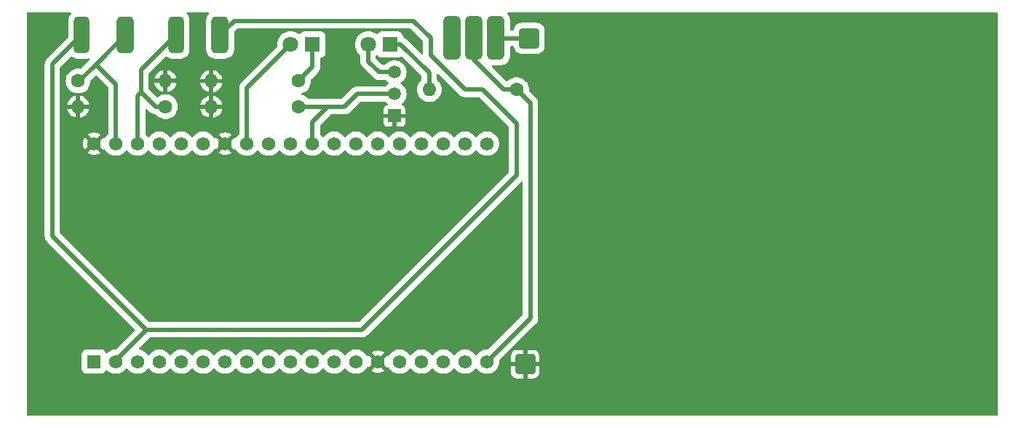
<source format=gbr>
%TF.GenerationSoftware,KiCad,Pcbnew,7.0.8*%
%TF.CreationDate,2024-04-25T10:28:09-06:00*%
%TF.ProjectId,ProtoBadge,50726f74-6f42-4616-9467-652e6b696361,rev?*%
%TF.SameCoordinates,Original*%
%TF.FileFunction,Copper,L2,Bot*%
%TF.FilePolarity,Positive*%
%FSLAX46Y46*%
G04 Gerber Fmt 4.6, Leading zero omitted, Abs format (unit mm)*
G04 Created by KiCad (PCBNEW 7.0.8) date 2024-04-25 10:28:09*
%MOMM*%
%LPD*%
G01*
G04 APERTURE LIST*
G04 Aperture macros list*
%AMRoundRect*
0 Rectangle with rounded corners*
0 $1 Rounding radius*
0 $2 $3 $4 $5 $6 $7 $8 $9 X,Y pos of 4 corners*
0 Add a 4 corners polygon primitive as box body*
4,1,4,$2,$3,$4,$5,$6,$7,$8,$9,$2,$3,0*
0 Add four circle primitives for the rounded corners*
1,1,$1+$1,$2,$3*
1,1,$1+$1,$4,$5*
1,1,$1+$1,$6,$7*
1,1,$1+$1,$8,$9*
0 Add four rect primitives between the rounded corners*
20,1,$1+$1,$2,$3,$4,$5,0*
20,1,$1+$1,$4,$5,$6,$7,0*
20,1,$1+$1,$6,$7,$8,$9,0*
20,1,$1+$1,$8,$9,$2,$3,0*%
G04 Aperture macros list end*
%TA.AperFunction,ComponentPad*%
%ADD10RoundRect,0.250001X-0.899999X-0.899999X0.899999X-0.899999X0.899999X0.899999X-0.899999X0.899999X0*%
%TD*%
%TA.AperFunction,SMDPad,CuDef*%
%ADD11RoundRect,0.455375X0.455375X1.675625X-0.455375X1.675625X-0.455375X-1.675625X0.455375X-1.675625X0*%
%TD*%
%TA.AperFunction,SMDPad,CuDef*%
%ADD12RoundRect,0.500000X0.500000X1.631000X-0.500000X1.631000X-0.500000X-1.631000X0.500000X-1.631000X0*%
%TD*%
%TA.AperFunction,ComponentPad*%
%ADD13R,1.800000X1.800000*%
%TD*%
%TA.AperFunction,ComponentPad*%
%ADD14C,1.800000*%
%TD*%
%TA.AperFunction,ComponentPad*%
%ADD15R,1.500000X1.500000*%
%TD*%
%TA.AperFunction,ComponentPad*%
%ADD16C,1.500000*%
%TD*%
%TA.AperFunction,SMDPad,CuDef*%
%ADD17RoundRect,0.500000X0.500000X2.040000X-0.500000X2.040000X-0.500000X-2.040000X0.500000X-2.040000X0*%
%TD*%
%TA.AperFunction,ComponentPad*%
%ADD18R,1.560000X1.560000*%
%TD*%
%TA.AperFunction,ComponentPad*%
%ADD19C,1.560000*%
%TD*%
%TA.AperFunction,ComponentPad*%
%ADD20O,1.600000X1.600000*%
%TD*%
%TA.AperFunction,ComponentPad*%
%ADD21C,1.600000*%
%TD*%
%TA.AperFunction,Conductor*%
%ADD22C,0.508000*%
%TD*%
G04 APERTURE END LIST*
D10*
%TO.P,J2,1,Pin_1*%
%TO.N,GND*%
X104000000Y-131000000D03*
%TD*%
%TO.P,J1,1,Pin_1*%
%TO.N,+BATT*%
X104470519Y-93019691D03*
%TD*%
D11*
%TO.P,SW2,2,2*%
%TO.N,/BTN_2*%
X63410750Y-92650000D03*
D12*
%TO.P,SW2,1,1*%
%TO.N,+3.3V*%
X68500000Y-92650000D03*
%TD*%
%TO.P,SW1,2,2*%
%TO.N,/BTN_1*%
X57500000Y-92650000D03*
D11*
%TO.P,SW1,1,1*%
%TO.N,+3.3V*%
X52410750Y-92650000D03*
%TD*%
D13*
%TO.P,D1,2,A*%
%TO.N,Net-(D1-A)*%
X88275000Y-93750000D03*
D14*
%TO.P,D1,1,K*%
%TO.N,Net-(D1-K)*%
X85735000Y-93750000D03*
%TD*%
D15*
%TO.P,Q1,1,S*%
%TO.N,GND*%
X88812302Y-102076692D03*
D16*
%TO.P,Q1,2,G*%
%TO.N,/LED_1*%
X88812302Y-99536692D03*
%TO.P,Q1,3,D*%
%TO.N,Net-(D1-K)*%
X88812302Y-96996692D03*
%TD*%
D17*
%TO.P,SW3,1,A*%
%TO.N,+BATT*%
X100594182Y-93000000D03*
%TO.P,SW3,2,B*%
%TO.N,+4V*%
X98054182Y-93000000D03*
%TO.P,SW3,3,C*%
%TO.N,unconnected-(SW3-C-Pad3)*%
X95514182Y-93000000D03*
%TD*%
D18*
%TO.P,U1,J2-1,3V3*%
%TO.N,+3.3V*%
X53840000Y-130700000D03*
D19*
%TO.P,U1,J2-2,EN*%
%TO.N,unconnected-(U1-EN-PadJ2-2)*%
X56380000Y-130700000D03*
%TO.P,U1,J2-19,EXT_5V*%
%TO.N,+4V*%
X99560000Y-130700000D03*
%TO.P,U1,J2-3,SENSOR_VP*%
%TO.N,unconnected-(U1-SENSOR_VP-PadJ2-3)*%
X58920000Y-130700000D03*
%TO.P,U1,J2-4,SENSOR_VN*%
%TO.N,unconnected-(U1-SENSOR_VN-PadJ2-4)*%
X61460000Y-130700000D03*
%TO.P,U1,J2-5,IO34*%
%TO.N,unconnected-(U1-IO34-PadJ2-5)*%
X64000000Y-130700000D03*
%TO.P,U1,J2-6,IO35*%
%TO.N,unconnected-(U1-IO35-PadJ2-6)*%
X66540000Y-130700000D03*
%TO.P,U1,J2-7,IO32*%
%TO.N,unconnected-(U1-IO32-PadJ2-7)*%
X69080000Y-130700000D03*
%TO.P,U1,J2-8,IO33*%
%TO.N,unconnected-(U1-IO33-PadJ2-8)*%
X71620000Y-130700000D03*
%TO.P,U1,J2-9,IO25*%
%TO.N,unconnected-(U1-IO25-PadJ2-9)*%
X74160000Y-130700000D03*
%TO.P,U1,J2-10,IO26*%
%TO.N,unconnected-(U1-IO26-PadJ2-10)*%
X76700000Y-130700000D03*
%TO.P,U1,J2-11,IO27*%
%TO.N,unconnected-(U1-IO27-PadJ2-11)*%
X79240000Y-130700000D03*
%TO.P,U1,J2-12,IO14*%
%TO.N,unconnected-(U1-IO14-PadJ2-12)*%
X81780000Y-130700000D03*
%TO.P,U1,J2-13,IO12*%
%TO.N,unconnected-(U1-IO12-PadJ2-13)*%
X84320000Y-130700000D03*
%TO.P,U1,J2-14,GND1*%
%TO.N,GND*%
X86860000Y-130700000D03*
%TO.P,U1,J2-15,IO13*%
%TO.N,unconnected-(U1-IO13-PadJ2-15)*%
X89400000Y-130700000D03*
%TO.P,U1,J2-16,SD2*%
%TO.N,unconnected-(U1-SD2-PadJ2-16)*%
X91940000Y-130700000D03*
%TO.P,U1,J2-17,SD3*%
%TO.N,unconnected-(U1-SD3-PadJ2-17)*%
X94480000Y-130700000D03*
%TO.P,U1,J2-18,CMD*%
%TO.N,unconnected-(U1-CMD-PadJ2-18)*%
X97020000Y-130700000D03*
%TO.P,U1,J3-1,GND3*%
%TO.N,GND*%
X53840000Y-105300000D03*
%TO.P,U1,J3-2,IO23*%
%TO.N,/BTN_1*%
X56380000Y-105300000D03*
%TO.P,U1,J3-3,IO22*%
%TO.N,/BTN_2*%
X58920000Y-105300000D03*
%TO.P,U1,J3-4,TXD0*%
%TO.N,unconnected-(U1-TXD0-PadJ3-4)*%
X61460000Y-105300000D03*
%TO.P,U1,J3-5,RXD0*%
%TO.N,unconnected-(U1-RXD0-PadJ3-5)*%
X64000000Y-105300000D03*
%TO.P,U1,J3-6,IO21*%
%TO.N,unconnected-(U1-IO21-PadJ3-6)*%
X66540000Y-105300000D03*
%TO.P,U1,J3-7,GND2*%
%TO.N,GND*%
X69080000Y-105300000D03*
%TO.P,U1,J3-8,IO19*%
%TO.N,/LED_2*%
X71620000Y-105300000D03*
%TO.P,U1,J3-9,IO18*%
%TO.N,unconnected-(U1-IO18-PadJ3-9)*%
X74160000Y-105300000D03*
%TO.P,U1,J3-10,IO5*%
%TO.N,unconnected-(U1-IO5-PadJ3-10)*%
X76700000Y-105300000D03*
%TO.P,U1,J3-11,IO17*%
%TO.N,/LED_1*%
X79240000Y-105300000D03*
%TO.P,U1,J3-12,IO16*%
%TO.N,unconnected-(U1-IO16-PadJ3-12)*%
X81780000Y-105300000D03*
%TO.P,U1,J3-13,IO4*%
%TO.N,unconnected-(U1-IO4-PadJ3-13)*%
X84320000Y-105300000D03*
%TO.P,U1,J3-14,IO0*%
%TO.N,unconnected-(U1-IO0-PadJ3-14)*%
X86860000Y-105300000D03*
%TO.P,U1,J3-15,IO2*%
%TO.N,unconnected-(U1-IO2-PadJ3-15)*%
X89400000Y-105300000D03*
%TO.P,U1,J3-16,IO15*%
%TO.N,unconnected-(U1-IO15-PadJ3-16)*%
X91940000Y-105300000D03*
%TO.P,U1,J3-17,SD1*%
%TO.N,unconnected-(U1-SD1-PadJ3-17)*%
X94480000Y-105300000D03*
%TO.P,U1,J3-18,SD0*%
%TO.N,unconnected-(U1-SD0-PadJ3-18)*%
X97020000Y-105300000D03*
%TO.P,U1,J3-19,CLK*%
%TO.N,unconnected-(U1-CLK-PadJ3-19)*%
X99560000Y-105300000D03*
%TD*%
D20*
%TO.P,R5,2*%
%TO.N,GND*%
X67482395Y-98011335D03*
D21*
%TO.P,R5,1*%
%TO.N,Net-(D2-K)*%
X77642395Y-98011335D03*
%TD*%
D20*
%TO.P,R4,2*%
%TO.N,GND*%
X67482395Y-101011335D03*
D21*
%TO.P,R4,1*%
%TO.N,/LED_1*%
X77642395Y-101011335D03*
%TD*%
D20*
%TO.P,R3,2*%
%TO.N,Net-(D1-A)*%
X92840000Y-99000000D03*
D21*
%TO.P,R3,1*%
%TO.N,+4V*%
X103000000Y-99000000D03*
%TD*%
D20*
%TO.P,R2,2*%
%TO.N,GND*%
X52000000Y-101000000D03*
D21*
%TO.P,R2,1*%
%TO.N,/BTN_2*%
X62160000Y-101000000D03*
%TD*%
D20*
%TO.P,R1,2*%
%TO.N,GND*%
X62160000Y-98000000D03*
D21*
%TO.P,R1,1*%
%TO.N,/BTN_1*%
X52000000Y-98000000D03*
%TD*%
D13*
%TO.P,D2,1,K*%
%TO.N,Net-(D2-K)*%
X79250000Y-93750610D03*
D14*
%TO.P,D2,2,A*%
%TO.N,/LED_2*%
X76710000Y-93750610D03*
%TD*%
D22*
%TO.N,+BATT*%
X104470519Y-93019691D02*
X100613873Y-93019691D01*
X100613873Y-93019691D02*
X100594182Y-93000000D01*
%TO.N,+4V*%
X98054182Y-93000000D02*
X98054182Y-95540000D01*
X98054182Y-95540000D02*
X101514182Y-99000000D01*
X101514182Y-99000000D02*
X103000000Y-99000000D01*
X99560000Y-130700000D02*
X104628212Y-125631788D01*
X104628212Y-125631788D02*
X104628212Y-100628212D01*
X104628212Y-100628212D02*
X103000000Y-99000000D01*
%TO.N,+3.3V*%
X68500000Y-92650000D02*
X70150000Y-91000000D01*
X99000000Y-99000000D02*
X103000000Y-103000000D01*
X70150000Y-91000000D02*
X91000000Y-91000000D01*
X93000000Y-95000000D02*
X97000000Y-99000000D01*
X91000000Y-91000000D02*
X93000000Y-93000000D01*
X103000000Y-103000000D02*
X103000000Y-109000000D01*
X93000000Y-93000000D02*
X93000000Y-95000000D01*
X97000000Y-99000000D02*
X99000000Y-99000000D01*
X103000000Y-109000000D02*
X85000000Y-127000000D01*
X85000000Y-127000000D02*
X59940000Y-127000000D01*
%TO.N,/LED_1*%
X77642395Y-101011335D02*
X81000000Y-101011335D01*
X81000000Y-101011335D02*
X82988665Y-101011335D01*
X79240000Y-105300000D02*
X79240000Y-102771335D01*
X79240000Y-102771335D02*
X81000000Y-101011335D01*
%TO.N,/LED_2*%
X71620000Y-105300000D02*
X71620000Y-98840610D01*
X71620000Y-98840610D02*
X76710000Y-93750610D01*
%TO.N,/BTN_2*%
X59324580Y-99324580D02*
X58920000Y-99729160D01*
X58920000Y-99729160D02*
X58920000Y-105300000D01*
%TO.N,/BTN_1*%
X54575000Y-95575000D02*
X54075000Y-96075000D01*
X56380000Y-105300000D02*
X56380000Y-98380000D01*
X54075000Y-96075000D02*
X52150000Y-98000000D01*
X56380000Y-98380000D02*
X54075000Y-96075000D01*
%TO.N,+3.3V*%
X52410750Y-92650000D02*
X49000000Y-96060750D01*
X49000000Y-96060750D02*
X49000000Y-116060000D01*
X49000000Y-116060000D02*
X59940000Y-127000000D01*
X59940000Y-127000000D02*
X56240000Y-130700000D01*
%TO.N,/BTN_2*%
X63410750Y-92650000D02*
X59324580Y-96736170D01*
X59324580Y-99324580D02*
X61000000Y-101000000D01*
X59324580Y-96736170D02*
X59324580Y-99324580D01*
X61000000Y-101000000D02*
X62160000Y-101000000D01*
%TO.N,/BTN_1*%
X57500000Y-92650000D02*
X54575000Y-95575000D01*
X52150000Y-98000000D02*
X52000000Y-98000000D01*
%TO.N,Net-(D1-A)*%
X88275000Y-93750000D02*
X89512500Y-93750000D01*
X89512500Y-93750000D02*
X92840000Y-97077500D01*
X92840000Y-97077500D02*
X92840000Y-99000000D01*
%TO.N,Net-(D1-K)*%
X85735000Y-93750000D02*
X85735000Y-95735000D01*
X85735000Y-95735000D02*
X86996692Y-96996692D01*
X86996692Y-96996692D02*
X88812302Y-96996692D01*
%TO.N,/LED_1*%
X82988665Y-101011335D02*
X84463308Y-99536692D01*
X84463308Y-99536692D02*
X88812302Y-99536692D01*
%TO.N,Net-(D2-K)*%
X79250000Y-93750610D02*
X79250000Y-96403730D01*
X79250000Y-96403730D02*
X77642395Y-98011335D01*
%TO.N,/BTN_2*%
X62160000Y-101000000D02*
X62000000Y-101160000D01*
%TO.N,/BTN_1*%
X52410750Y-97589250D02*
X52000000Y-98000000D01*
%TD*%
%TA.AperFunction,Conductor*%
%TO.N,GND*%
G36*
X51154196Y-90020185D02*
G01*
X51199951Y-90072989D01*
X51209895Y-90142147D01*
X51180870Y-90205703D01*
X51174838Y-90212181D01*
X51110356Y-90276662D01*
X51110353Y-90276665D01*
X50993578Y-90449202D01*
X50911574Y-90640701D01*
X50911569Y-90640716D01*
X50867289Y-90844272D01*
X50867288Y-90844278D01*
X50865559Y-90873301D01*
X50864500Y-90891084D01*
X50864500Y-92886944D01*
X50844815Y-92953983D01*
X50828181Y-92974625D01*
X48427433Y-95375372D01*
X48412644Y-95388004D01*
X48401531Y-95396078D01*
X48401527Y-95396082D01*
X48355646Y-95447038D01*
X48353416Y-95449389D01*
X48338071Y-95464734D01*
X48338056Y-95464751D01*
X48324402Y-95481612D01*
X48322297Y-95484076D01*
X48276416Y-95535033D01*
X48276410Y-95535041D01*
X48269547Y-95546928D01*
X48258533Y-95562954D01*
X48249891Y-95573626D01*
X48218761Y-95634723D01*
X48217213Y-95637573D01*
X48182925Y-95696964D01*
X48182924Y-95696966D01*
X48178681Y-95710025D01*
X48171241Y-95727987D01*
X48165006Y-95740226D01*
X48147251Y-95806485D01*
X48146335Y-95809577D01*
X48125145Y-95874790D01*
X48125144Y-95874797D01*
X48123709Y-95888447D01*
X48120166Y-95907565D01*
X48116610Y-95920835D01*
X48113022Y-95989314D01*
X48112768Y-95992548D01*
X48110500Y-96014125D01*
X48110500Y-96035827D01*
X48110415Y-96039070D01*
X48108716Y-96071498D01*
X48106826Y-96107560D01*
X48108973Y-96121114D01*
X48110500Y-96140514D01*
X48110500Y-115980235D01*
X48108973Y-115999634D01*
X48106826Y-116013189D01*
X48110415Y-116081676D01*
X48110500Y-116084921D01*
X48110500Y-116106621D01*
X48112768Y-116128199D01*
X48113022Y-116131434D01*
X48116610Y-116199912D01*
X48116611Y-116199915D01*
X48120166Y-116213184D01*
X48123709Y-116232298D01*
X48124832Y-116242985D01*
X48125145Y-116245958D01*
X48146331Y-116311160D01*
X48147252Y-116314271D01*
X48165004Y-116380520D01*
X48171236Y-116392751D01*
X48178681Y-116410724D01*
X48182925Y-116423785D01*
X48217225Y-116483195D01*
X48218751Y-116486005D01*
X48249893Y-116547125D01*
X48258529Y-116557789D01*
X48269549Y-116573824D01*
X48276412Y-116585712D01*
X48276415Y-116585715D01*
X48322311Y-116636688D01*
X48324392Y-116639124D01*
X48336072Y-116653548D01*
X48338058Y-116656000D01*
X48338069Y-116656013D01*
X48353403Y-116671346D01*
X48355637Y-116673701D01*
X48401527Y-116724666D01*
X48401530Y-116724669D01*
X48412643Y-116732743D01*
X48427432Y-116745375D01*
X58594376Y-126912319D01*
X58627861Y-126973642D01*
X58622877Y-127043334D01*
X58594376Y-127087681D01*
X56433876Y-129248181D01*
X56372553Y-129281666D01*
X56346195Y-129284500D01*
X56262708Y-129284500D01*
X56245725Y-129287334D01*
X56031320Y-129323111D01*
X55809459Y-129399277D01*
X55809451Y-129399280D01*
X55603139Y-129510931D01*
X55505079Y-129587255D01*
X55418022Y-129655014D01*
X55418019Y-129655016D01*
X55418018Y-129655018D01*
X55399272Y-129675382D01*
X55339384Y-129711372D01*
X55269546Y-129709271D01*
X55211931Y-129669746D01*
X55201314Y-129654524D01*
X55126135Y-129527402D01*
X55126133Y-129527400D01*
X55126130Y-129527396D01*
X55012603Y-129413869D01*
X55012595Y-129413863D01*
X54874393Y-129332131D01*
X54874388Y-129332129D01*
X54720208Y-129287335D01*
X54720202Y-129287334D01*
X54684183Y-129284500D01*
X54684181Y-129284500D01*
X52995820Y-129284501D01*
X52959795Y-129287335D01*
X52805611Y-129332129D01*
X52805606Y-129332131D01*
X52667404Y-129413863D01*
X52667396Y-129413869D01*
X52553869Y-129527396D01*
X52553863Y-129527404D01*
X52472131Y-129665606D01*
X52472129Y-129665611D01*
X52427335Y-129819791D01*
X52427334Y-129819797D01*
X52426090Y-129835612D01*
X52424500Y-129855819D01*
X52424501Y-130700000D01*
X52424501Y-131544180D01*
X52427335Y-131580204D01*
X52472129Y-131734388D01*
X52472131Y-131734393D01*
X52553864Y-131872597D01*
X52553869Y-131872603D01*
X52667396Y-131986130D01*
X52667400Y-131986133D01*
X52667402Y-131986135D01*
X52805607Y-132067869D01*
X52836651Y-132076888D01*
X52959791Y-132112664D01*
X52959794Y-132112664D01*
X52959796Y-132112665D01*
X52971803Y-132113610D01*
X52995817Y-132115500D01*
X52995818Y-132115499D01*
X52995819Y-132115500D01*
X54684180Y-132115499D01*
X54720204Y-132112665D01*
X54874393Y-132067869D01*
X55012598Y-131986135D01*
X55126135Y-131872598D01*
X55201313Y-131745477D01*
X55252379Y-131697797D01*
X55321121Y-131685293D01*
X55385710Y-131711938D01*
X55399273Y-131724619D01*
X55418013Y-131744977D01*
X55418015Y-131744979D01*
X55418022Y-131744986D01*
X55603142Y-131889070D01*
X55809452Y-132000720D01*
X55924662Y-132040272D01*
X56031320Y-132076888D01*
X56031322Y-132076888D01*
X56031324Y-132076889D01*
X56262708Y-132115500D01*
X56262709Y-132115500D01*
X56497291Y-132115500D01*
X56497292Y-132115500D01*
X56728676Y-132076889D01*
X56950548Y-132000720D01*
X57156858Y-131889070D01*
X57341978Y-131744986D01*
X57500857Y-131572398D01*
X57500858Y-131572395D01*
X57500861Y-131572393D01*
X57546191Y-131503009D01*
X57599336Y-131457651D01*
X57668568Y-131448227D01*
X57731904Y-131477728D01*
X57753809Y-131503009D01*
X57799138Y-131572393D01*
X57799143Y-131572398D01*
X57958022Y-131744986D01*
X58143142Y-131889070D01*
X58349452Y-132000720D01*
X58464662Y-132040272D01*
X58571320Y-132076888D01*
X58571322Y-132076888D01*
X58571324Y-132076889D01*
X58802708Y-132115500D01*
X58802709Y-132115500D01*
X59037291Y-132115500D01*
X59037292Y-132115500D01*
X59268676Y-132076889D01*
X59490548Y-132000720D01*
X59696858Y-131889070D01*
X59881978Y-131744986D01*
X60040857Y-131572398D01*
X60040858Y-131572395D01*
X60040861Y-131572393D01*
X60086191Y-131503009D01*
X60139336Y-131457651D01*
X60208568Y-131448227D01*
X60271904Y-131477728D01*
X60293809Y-131503009D01*
X60339138Y-131572393D01*
X60339143Y-131572398D01*
X60498022Y-131744986D01*
X60683142Y-131889070D01*
X60889452Y-132000720D01*
X61004662Y-132040272D01*
X61111320Y-132076888D01*
X61111322Y-132076888D01*
X61111324Y-132076889D01*
X61342708Y-132115500D01*
X61342709Y-132115500D01*
X61577291Y-132115500D01*
X61577292Y-132115500D01*
X61808676Y-132076889D01*
X62030548Y-132000720D01*
X62236858Y-131889070D01*
X62421978Y-131744986D01*
X62580857Y-131572398D01*
X62580858Y-131572395D01*
X62580861Y-131572393D01*
X62626191Y-131503009D01*
X62679336Y-131457651D01*
X62748568Y-131448227D01*
X62811904Y-131477728D01*
X62833809Y-131503009D01*
X62879138Y-131572393D01*
X62879143Y-131572398D01*
X63038022Y-131744986D01*
X63223142Y-131889070D01*
X63429452Y-132000720D01*
X63544662Y-132040272D01*
X63651320Y-132076888D01*
X63651322Y-132076888D01*
X63651324Y-132076889D01*
X63882708Y-132115500D01*
X63882709Y-132115500D01*
X64117291Y-132115500D01*
X64117292Y-132115500D01*
X64348676Y-132076889D01*
X64570548Y-132000720D01*
X64776858Y-131889070D01*
X64961978Y-131744986D01*
X65120857Y-131572398D01*
X65120858Y-131572395D01*
X65120861Y-131572393D01*
X65166191Y-131503009D01*
X65219336Y-131457651D01*
X65288568Y-131448227D01*
X65351904Y-131477728D01*
X65373809Y-131503009D01*
X65419138Y-131572393D01*
X65419143Y-131572398D01*
X65578022Y-131744986D01*
X65763142Y-131889070D01*
X65969452Y-132000720D01*
X66084662Y-132040272D01*
X66191320Y-132076888D01*
X66191322Y-132076888D01*
X66191324Y-132076889D01*
X66422708Y-132115500D01*
X66422709Y-132115500D01*
X66657291Y-132115500D01*
X66657292Y-132115500D01*
X66888676Y-132076889D01*
X67110548Y-132000720D01*
X67316858Y-131889070D01*
X67501978Y-131744986D01*
X67660857Y-131572398D01*
X67660858Y-131572395D01*
X67660861Y-131572393D01*
X67706191Y-131503009D01*
X67759336Y-131457651D01*
X67828568Y-131448227D01*
X67891904Y-131477728D01*
X67913809Y-131503009D01*
X67959138Y-131572393D01*
X67959143Y-131572398D01*
X68118022Y-131744986D01*
X68303142Y-131889070D01*
X68509452Y-132000720D01*
X68624662Y-132040272D01*
X68731320Y-132076888D01*
X68731322Y-132076888D01*
X68731324Y-132076889D01*
X68962708Y-132115500D01*
X68962709Y-132115500D01*
X69197291Y-132115500D01*
X69197292Y-132115500D01*
X69428676Y-132076889D01*
X69650548Y-132000720D01*
X69856858Y-131889070D01*
X70041978Y-131744986D01*
X70200857Y-131572398D01*
X70200858Y-131572395D01*
X70200861Y-131572393D01*
X70246191Y-131503009D01*
X70299336Y-131457651D01*
X70368568Y-131448227D01*
X70431904Y-131477728D01*
X70453809Y-131503009D01*
X70499138Y-131572393D01*
X70499143Y-131572398D01*
X70658022Y-131744986D01*
X70843142Y-131889070D01*
X71049452Y-132000720D01*
X71164662Y-132040272D01*
X71271320Y-132076888D01*
X71271322Y-132076888D01*
X71271324Y-132076889D01*
X71502708Y-132115500D01*
X71502709Y-132115500D01*
X71737291Y-132115500D01*
X71737292Y-132115500D01*
X71968676Y-132076889D01*
X72190548Y-132000720D01*
X72396858Y-131889070D01*
X72581978Y-131744986D01*
X72740857Y-131572398D01*
X72740858Y-131572395D01*
X72740861Y-131572393D01*
X72786191Y-131503009D01*
X72839336Y-131457651D01*
X72908568Y-131448227D01*
X72971904Y-131477728D01*
X72993809Y-131503009D01*
X73039138Y-131572393D01*
X73039143Y-131572398D01*
X73198022Y-131744986D01*
X73383142Y-131889070D01*
X73589452Y-132000720D01*
X73704662Y-132040272D01*
X73811320Y-132076888D01*
X73811322Y-132076888D01*
X73811324Y-132076889D01*
X74042708Y-132115500D01*
X74042709Y-132115500D01*
X74277291Y-132115500D01*
X74277292Y-132115500D01*
X74508676Y-132076889D01*
X74730548Y-132000720D01*
X74936858Y-131889070D01*
X75121978Y-131744986D01*
X75280857Y-131572398D01*
X75280858Y-131572395D01*
X75280861Y-131572393D01*
X75326191Y-131503009D01*
X75379336Y-131457651D01*
X75448568Y-131448227D01*
X75511904Y-131477728D01*
X75533809Y-131503009D01*
X75579138Y-131572393D01*
X75579143Y-131572398D01*
X75738022Y-131744986D01*
X75923142Y-131889070D01*
X76129452Y-132000720D01*
X76244662Y-132040272D01*
X76351320Y-132076888D01*
X76351322Y-132076888D01*
X76351324Y-132076889D01*
X76582708Y-132115500D01*
X76582709Y-132115500D01*
X76817291Y-132115500D01*
X76817292Y-132115500D01*
X77048676Y-132076889D01*
X77270548Y-132000720D01*
X77476858Y-131889070D01*
X77661978Y-131744986D01*
X77820857Y-131572398D01*
X77820858Y-131572395D01*
X77820861Y-131572393D01*
X77866191Y-131503009D01*
X77919336Y-131457651D01*
X77988568Y-131448227D01*
X78051904Y-131477728D01*
X78073809Y-131503009D01*
X78119138Y-131572393D01*
X78119143Y-131572398D01*
X78278022Y-131744986D01*
X78463142Y-131889070D01*
X78669452Y-132000720D01*
X78784662Y-132040272D01*
X78891320Y-132076888D01*
X78891322Y-132076888D01*
X78891324Y-132076889D01*
X79122708Y-132115500D01*
X79122709Y-132115500D01*
X79357291Y-132115500D01*
X79357292Y-132115500D01*
X79588676Y-132076889D01*
X79810548Y-132000720D01*
X80016858Y-131889070D01*
X80201978Y-131744986D01*
X80360857Y-131572398D01*
X80360858Y-131572395D01*
X80360861Y-131572393D01*
X80406191Y-131503009D01*
X80459336Y-131457651D01*
X80528568Y-131448227D01*
X80591904Y-131477728D01*
X80613809Y-131503009D01*
X80659138Y-131572393D01*
X80659143Y-131572398D01*
X80818022Y-131744986D01*
X81003142Y-131889070D01*
X81209452Y-132000720D01*
X81324662Y-132040272D01*
X81431320Y-132076888D01*
X81431322Y-132076888D01*
X81431324Y-132076889D01*
X81662708Y-132115500D01*
X81662709Y-132115500D01*
X81897291Y-132115500D01*
X81897292Y-132115500D01*
X82128676Y-132076889D01*
X82350548Y-132000720D01*
X82556858Y-131889070D01*
X82741978Y-131744986D01*
X82900857Y-131572398D01*
X82900858Y-131572395D01*
X82900861Y-131572393D01*
X82946191Y-131503009D01*
X82999336Y-131457651D01*
X83068568Y-131448227D01*
X83131904Y-131477728D01*
X83153809Y-131503009D01*
X83199138Y-131572393D01*
X83199143Y-131572398D01*
X83358022Y-131744986D01*
X83543142Y-131889070D01*
X83749452Y-132000720D01*
X83864662Y-132040272D01*
X83971320Y-132076888D01*
X83971322Y-132076888D01*
X83971324Y-132076889D01*
X84202708Y-132115500D01*
X84202709Y-132115500D01*
X84437291Y-132115500D01*
X84437292Y-132115500D01*
X84668676Y-132076889D01*
X84890548Y-132000720D01*
X85096858Y-131889070D01*
X85281978Y-131744986D01*
X85440857Y-131572398D01*
X85566217Y-131380518D01*
X85619362Y-131335162D01*
X85688593Y-131325738D01*
X85751929Y-131355239D01*
X85771599Y-131377216D01*
X85795333Y-131411111D01*
X85795334Y-131411111D01*
X86359439Y-130847006D01*
X86365418Y-130875775D01*
X86431181Y-131002693D01*
X86528749Y-131107162D01*
X86650884Y-131181434D01*
X86714339Y-131199213D01*
X86148887Y-131764665D01*
X86217548Y-131812742D01*
X86217554Y-131812746D01*
X86420540Y-131907399D01*
X86420549Y-131907403D01*
X86636875Y-131965367D01*
X86636886Y-131965369D01*
X86859998Y-131984889D01*
X86860002Y-131984889D01*
X87083113Y-131965369D01*
X87083124Y-131965367D01*
X87299450Y-131907403D01*
X87299464Y-131907398D01*
X87502440Y-131812749D01*
X87571111Y-131764664D01*
X87008765Y-131202318D01*
X87132724Y-131148475D01*
X87243608Y-131058265D01*
X87326041Y-130941483D01*
X87359864Y-130846311D01*
X87924664Y-131411110D01*
X87948398Y-131377215D01*
X88002975Y-131333590D01*
X88072474Y-131326398D01*
X88134828Y-131357920D01*
X88153782Y-131380518D01*
X88279140Y-131572395D01*
X88279143Y-131572398D01*
X88438022Y-131744986D01*
X88623142Y-131889070D01*
X88829452Y-132000720D01*
X88944662Y-132040272D01*
X89051320Y-132076888D01*
X89051322Y-132076888D01*
X89051324Y-132076889D01*
X89282708Y-132115500D01*
X89282709Y-132115500D01*
X89517291Y-132115500D01*
X89517292Y-132115500D01*
X89748676Y-132076889D01*
X89970548Y-132000720D01*
X90176858Y-131889070D01*
X90361978Y-131744986D01*
X90520857Y-131572398D01*
X90520858Y-131572395D01*
X90520861Y-131572393D01*
X90566191Y-131503009D01*
X90619336Y-131457651D01*
X90688568Y-131448227D01*
X90751904Y-131477728D01*
X90773809Y-131503009D01*
X90819138Y-131572393D01*
X90819143Y-131572398D01*
X90978022Y-131744986D01*
X91163142Y-131889070D01*
X91369452Y-132000720D01*
X91484662Y-132040272D01*
X91591320Y-132076888D01*
X91591322Y-132076888D01*
X91591324Y-132076889D01*
X91822708Y-132115500D01*
X91822709Y-132115500D01*
X92057291Y-132115500D01*
X92057292Y-132115500D01*
X92288676Y-132076889D01*
X92510548Y-132000720D01*
X92716858Y-131889070D01*
X92901978Y-131744986D01*
X93060857Y-131572398D01*
X93060858Y-131572395D01*
X93060861Y-131572393D01*
X93106191Y-131503009D01*
X93159336Y-131457651D01*
X93228568Y-131448227D01*
X93291904Y-131477728D01*
X93313809Y-131503009D01*
X93359138Y-131572393D01*
X93359143Y-131572398D01*
X93518022Y-131744986D01*
X93703142Y-131889070D01*
X93909452Y-132000720D01*
X94024662Y-132040272D01*
X94131320Y-132076888D01*
X94131322Y-132076888D01*
X94131324Y-132076889D01*
X94362708Y-132115500D01*
X94362709Y-132115500D01*
X94597291Y-132115500D01*
X94597292Y-132115500D01*
X94828676Y-132076889D01*
X95050548Y-132000720D01*
X95256858Y-131889070D01*
X95441978Y-131744986D01*
X95600857Y-131572398D01*
X95600858Y-131572395D01*
X95600861Y-131572393D01*
X95646191Y-131503009D01*
X95699336Y-131457651D01*
X95768568Y-131448227D01*
X95831904Y-131477728D01*
X95853809Y-131503009D01*
X95899138Y-131572393D01*
X95899143Y-131572398D01*
X96058022Y-131744986D01*
X96243142Y-131889070D01*
X96449452Y-132000720D01*
X96564662Y-132040272D01*
X96671320Y-132076888D01*
X96671322Y-132076888D01*
X96671324Y-132076889D01*
X96902708Y-132115500D01*
X96902709Y-132115500D01*
X97137291Y-132115500D01*
X97137292Y-132115500D01*
X97368676Y-132076889D01*
X97590548Y-132000720D01*
X97796858Y-131889070D01*
X97981978Y-131744986D01*
X98140857Y-131572398D01*
X98140858Y-131572395D01*
X98140861Y-131572393D01*
X98186191Y-131503009D01*
X98239336Y-131457651D01*
X98308568Y-131448227D01*
X98371904Y-131477728D01*
X98393809Y-131503009D01*
X98439138Y-131572393D01*
X98439143Y-131572398D01*
X98598022Y-131744986D01*
X98783142Y-131889070D01*
X98989452Y-132000720D01*
X99104662Y-132040272D01*
X99211320Y-132076888D01*
X99211322Y-132076888D01*
X99211324Y-132076889D01*
X99442708Y-132115500D01*
X99442709Y-132115500D01*
X99677291Y-132115500D01*
X99677292Y-132115500D01*
X99908676Y-132076889D01*
X100130548Y-132000720D01*
X100224298Y-131949985D01*
X102350000Y-131949985D01*
X102360493Y-132052689D01*
X102360494Y-132052696D01*
X102415641Y-132219118D01*
X102415643Y-132219123D01*
X102507684Y-132368344D01*
X102631655Y-132492315D01*
X102780876Y-132584356D01*
X102780881Y-132584358D01*
X102947303Y-132639505D01*
X102947310Y-132639506D01*
X103050014Y-132649999D01*
X103050027Y-132650000D01*
X103750000Y-132650000D01*
X103750000Y-131491683D01*
X103778819Y-131509209D01*
X103924404Y-131550000D01*
X104037622Y-131550000D01*
X104149783Y-131534584D01*
X104250000Y-131491053D01*
X104250000Y-132650000D01*
X104949973Y-132650000D01*
X104949985Y-132649999D01*
X105052689Y-132639506D01*
X105052696Y-132639505D01*
X105219118Y-132584358D01*
X105219123Y-132584356D01*
X105368344Y-132492315D01*
X105492315Y-132368344D01*
X105584356Y-132219123D01*
X105584358Y-132219118D01*
X105639505Y-132052696D01*
X105639506Y-132052689D01*
X105649999Y-131949985D01*
X105650000Y-131949972D01*
X105650000Y-131250000D01*
X104494852Y-131250000D01*
X104543559Y-131112953D01*
X104553877Y-130962114D01*
X104523116Y-130814085D01*
X104489910Y-130750000D01*
X105650000Y-130750000D01*
X105650000Y-130050027D01*
X105649999Y-130050014D01*
X105639506Y-129947310D01*
X105639505Y-129947303D01*
X105584358Y-129780881D01*
X105584356Y-129780876D01*
X105492315Y-129631655D01*
X105368344Y-129507684D01*
X105219123Y-129415643D01*
X105219118Y-129415641D01*
X105052696Y-129360494D01*
X105052689Y-129360493D01*
X104949985Y-129350000D01*
X104250000Y-129350000D01*
X104250000Y-130508316D01*
X104221181Y-130490791D01*
X104075596Y-130450000D01*
X103962378Y-130450000D01*
X103850217Y-130465416D01*
X103750000Y-130508946D01*
X103750000Y-129350000D01*
X103050014Y-129350000D01*
X102947310Y-129360493D01*
X102947303Y-129360494D01*
X102780881Y-129415641D01*
X102780876Y-129415643D01*
X102631655Y-129507684D01*
X102507684Y-129631655D01*
X102415643Y-129780876D01*
X102415641Y-129780881D01*
X102360494Y-129947303D01*
X102360493Y-129947310D01*
X102350000Y-130050014D01*
X102350000Y-130750000D01*
X103505148Y-130750000D01*
X103456441Y-130887047D01*
X103446123Y-131037886D01*
X103476884Y-131185915D01*
X103510090Y-131250000D01*
X102350000Y-131250000D01*
X102350000Y-131949985D01*
X100224298Y-131949985D01*
X100336858Y-131889070D01*
X100521978Y-131744986D01*
X100680857Y-131572398D01*
X100809161Y-131376012D01*
X100903392Y-131161187D01*
X100960979Y-130933782D01*
X100980351Y-130700000D01*
X100972669Y-130607297D01*
X100986749Y-130538863D01*
X101008561Y-130509380D01*
X105200782Y-126317159D01*
X105215569Y-126304530D01*
X105226682Y-126296457D01*
X105272580Y-126245480D01*
X105274782Y-126243159D01*
X105290149Y-126227794D01*
X105303823Y-126210906D01*
X105305874Y-126208504D01*
X105351797Y-126157503D01*
X105358663Y-126145609D01*
X105369677Y-126129583D01*
X105378319Y-126118913D01*
X105409470Y-126057773D01*
X105410995Y-126054967D01*
X105445285Y-125995576D01*
X105445287Y-125995573D01*
X105449527Y-125982522D01*
X105456978Y-125964535D01*
X105463205Y-125952315D01*
X105463207Y-125952308D01*
X105480951Y-125886084D01*
X105481873Y-125882970D01*
X105503067Y-125817744D01*
X105504502Y-125804085D01*
X105508048Y-125784958D01*
X105511600Y-125771703D01*
X105515188Y-125703216D01*
X105515441Y-125700007D01*
X105517712Y-125678408D01*
X105517712Y-125656703D01*
X105517797Y-125653457D01*
X105521386Y-125584978D01*
X105519239Y-125571422D01*
X105517712Y-125552023D01*
X105517712Y-100707975D01*
X105519239Y-100688575D01*
X105521386Y-100675021D01*
X105517797Y-100606539D01*
X105517712Y-100603294D01*
X105517712Y-100581591D01*
X105515968Y-100565008D01*
X105515441Y-100559995D01*
X105515188Y-100556774D01*
X105515026Y-100553673D01*
X105511600Y-100488296D01*
X105508047Y-100475040D01*
X105504501Y-100455910D01*
X105503067Y-100442256D01*
X105481868Y-100377012D01*
X105480956Y-100373931D01*
X105473878Y-100347517D01*
X105466263Y-100319097D01*
X105463207Y-100307690D01*
X105463206Y-100307689D01*
X105463206Y-100307687D01*
X105456972Y-100295453D01*
X105449525Y-100277472D01*
X105445288Y-100264430D01*
X105445287Y-100264429D01*
X105445287Y-100264427D01*
X105410997Y-100205035D01*
X105409452Y-100202189D01*
X105388556Y-100161179D01*
X105378318Y-100141086D01*
X105369677Y-100130416D01*
X105358664Y-100114391D01*
X105351797Y-100102497D01*
X105305897Y-100051520D01*
X105303814Y-100049082D01*
X105290148Y-100032205D01*
X105274808Y-100016865D01*
X105272573Y-100014510D01*
X105226682Y-99963543D01*
X105226680Y-99963541D01*
X105215570Y-99955469D01*
X105200777Y-99942834D01*
X104467097Y-99209154D01*
X104433612Y-99147831D01*
X104431202Y-99111236D01*
X104440420Y-99000000D01*
X104440419Y-98999993D01*
X104420776Y-98762922D01*
X104420774Y-98762911D01*
X104395178Y-98661836D01*
X104362374Y-98532296D01*
X104266812Y-98314436D01*
X104265090Y-98311801D01*
X104176329Y-98175942D01*
X104136694Y-98115276D01*
X103975570Y-97940249D01*
X103975569Y-97940248D01*
X103975567Y-97940246D01*
X103975563Y-97940243D01*
X103787843Y-97794134D01*
X103787837Y-97794130D01*
X103578611Y-97680902D01*
X103578602Y-97680899D01*
X103353604Y-97603656D01*
X103118949Y-97564500D01*
X102881051Y-97564500D01*
X102646395Y-97603656D01*
X102421397Y-97680899D01*
X102421388Y-97680902D01*
X102212162Y-97794130D01*
X102212156Y-97794134D01*
X102024436Y-97940243D01*
X102024431Y-97940247D01*
X101962382Y-98007650D01*
X101902494Y-98043640D01*
X101832656Y-98041539D01*
X101783472Y-98011347D01*
X100159306Y-96387181D01*
X100125821Y-96325858D01*
X100130805Y-96256166D01*
X100172677Y-96200233D01*
X100238141Y-96175816D01*
X100246987Y-96175500D01*
X101180881Y-96175500D01*
X101180886Y-96175500D01*
X101229601Y-96172598D01*
X101394541Y-96136717D01*
X101441491Y-96126504D01*
X101441493Y-96126503D01*
X101441499Y-96126502D01*
X101441503Y-96126500D01*
X101441507Y-96126499D01*
X101569697Y-96071605D01*
X101640845Y-96041138D01*
X101820432Y-95919589D01*
X101973771Y-95766250D01*
X102095320Y-95586663D01*
X102147528Y-95464744D01*
X102180681Y-95387325D01*
X102180682Y-95387321D01*
X102180684Y-95387317D01*
X102183283Y-95375372D01*
X102197967Y-95307868D01*
X102226780Y-95175419D01*
X102229682Y-95126704D01*
X102229682Y-94033191D01*
X102249367Y-93966152D01*
X102302171Y-93920397D01*
X102353682Y-93909191D01*
X102564690Y-93909191D01*
X102631729Y-93928876D01*
X102677484Y-93981680D01*
X102688308Y-94023462D01*
X102691102Y-94058972D01*
X102691102Y-94058975D01*
X102691103Y-94058976D01*
X102739280Y-94238773D01*
X102761014Y-94281430D01*
X102823782Y-94404622D01*
X102859928Y-94449258D01*
X102940927Y-94549283D01*
X103038516Y-94628309D01*
X103085587Y-94666427D01*
X103140552Y-94694432D01*
X103251437Y-94750930D01*
X103431234Y-94799107D01*
X103477617Y-94802757D01*
X103508537Y-94805191D01*
X103508539Y-94805191D01*
X105432501Y-94805191D01*
X105458267Y-94803163D01*
X105509804Y-94799107D01*
X105689601Y-94750930D01*
X105815980Y-94686537D01*
X105855450Y-94666427D01*
X105855451Y-94666425D01*
X105855453Y-94666425D01*
X106000111Y-94549283D01*
X106117253Y-94404625D01*
X106201758Y-94238773D01*
X106249935Y-94058976D01*
X106256019Y-93981671D01*
X106256019Y-92057711D01*
X106249935Y-91980406D01*
X106201758Y-91800609D01*
X106159099Y-91716886D01*
X106117255Y-91634759D01*
X106084971Y-91594892D01*
X106000111Y-91490099D01*
X105915249Y-91421379D01*
X105855450Y-91372954D01*
X105732258Y-91310186D01*
X105689601Y-91288452D01*
X105509804Y-91240275D01*
X105509803Y-91240274D01*
X105509800Y-91240274D01*
X105432501Y-91234191D01*
X105432499Y-91234191D01*
X103508539Y-91234191D01*
X103508537Y-91234191D01*
X103431237Y-91240274D01*
X103251437Y-91288452D01*
X103085587Y-91372954D01*
X102940927Y-91490099D01*
X102823782Y-91634759D01*
X102739280Y-91800609D01*
X102691102Y-91980409D01*
X102688308Y-92015920D01*
X102663424Y-92081208D01*
X102607193Y-92122679D01*
X102564690Y-92130191D01*
X102353682Y-92130191D01*
X102286643Y-92110506D01*
X102240888Y-92057702D01*
X102229682Y-92006191D01*
X102229682Y-90873301D01*
X102229682Y-90873296D01*
X102226780Y-90824581D01*
X102193517Y-90671674D01*
X102180686Y-90612690D01*
X102180681Y-90612674D01*
X102095324Y-90413346D01*
X102095323Y-90413344D01*
X102095320Y-90413337D01*
X101973771Y-90233750D01*
X101973769Y-90233747D01*
X101952203Y-90212181D01*
X101918718Y-90150858D01*
X101923702Y-90081166D01*
X101965574Y-90025233D01*
X102031038Y-90000816D01*
X102039884Y-90000500D01*
X158875500Y-90000500D01*
X158942539Y-90020185D01*
X158988294Y-90072989D01*
X158999500Y-90124500D01*
X158999500Y-136875500D01*
X158979815Y-136942539D01*
X158927011Y-136988294D01*
X158875500Y-136999500D01*
X46124500Y-136999500D01*
X46057461Y-136979815D01*
X46011706Y-136927011D01*
X46000500Y-136875500D01*
X46000500Y-90124500D01*
X46020185Y-90057461D01*
X46072989Y-90011706D01*
X46124500Y-90000500D01*
X51087157Y-90000500D01*
X51154196Y-90020185D01*
G37*
%TD.AperFunction*%
%TA.AperFunction,Conductor*%
G36*
X103658046Y-109702410D02*
G01*
X103713979Y-109744282D01*
X103738396Y-109809746D01*
X103738712Y-109818592D01*
X103738712Y-125211982D01*
X103719027Y-125279021D01*
X103702393Y-125299663D01*
X99753875Y-129248181D01*
X99692552Y-129281666D01*
X99666194Y-129284500D01*
X99442708Y-129284500D01*
X99425725Y-129287334D01*
X99211320Y-129323111D01*
X98989459Y-129399277D01*
X98989451Y-129399280D01*
X98783139Y-129510931D01*
X98685079Y-129587255D01*
X98598022Y-129655014D01*
X98598019Y-129655016D01*
X98598019Y-129655017D01*
X98439140Y-129827604D01*
X98393809Y-129896991D01*
X98340663Y-129942348D01*
X98271432Y-129951772D01*
X98208096Y-129922270D01*
X98186191Y-129896991D01*
X98140859Y-129827604D01*
X98097847Y-129780881D01*
X97981978Y-129655014D01*
X97818024Y-129527404D01*
X97796860Y-129510931D01*
X97590548Y-129399280D01*
X97590540Y-129399277D01*
X97368679Y-129323111D01*
X97154275Y-129287334D01*
X97137292Y-129284500D01*
X96902708Y-129284500D01*
X96885725Y-129287334D01*
X96671320Y-129323111D01*
X96449459Y-129399277D01*
X96449451Y-129399280D01*
X96243139Y-129510931D01*
X96145079Y-129587255D01*
X96058022Y-129655014D01*
X96058019Y-129655016D01*
X96058019Y-129655017D01*
X95899140Y-129827604D01*
X95853809Y-129896991D01*
X95800663Y-129942348D01*
X95731432Y-129951772D01*
X95668096Y-129922270D01*
X95646191Y-129896991D01*
X95600859Y-129827604D01*
X95557847Y-129780881D01*
X95441978Y-129655014D01*
X95278024Y-129527404D01*
X95256860Y-129510931D01*
X95050548Y-129399280D01*
X95050540Y-129399277D01*
X94828679Y-129323111D01*
X94614275Y-129287334D01*
X94597292Y-129284500D01*
X94362708Y-129284500D01*
X94345725Y-129287334D01*
X94131320Y-129323111D01*
X93909459Y-129399277D01*
X93909451Y-129399280D01*
X93703139Y-129510931D01*
X93605079Y-129587255D01*
X93518022Y-129655014D01*
X93518019Y-129655016D01*
X93518019Y-129655017D01*
X93359140Y-129827604D01*
X93313809Y-129896991D01*
X93260663Y-129942348D01*
X93191432Y-129951772D01*
X93128096Y-129922270D01*
X93106191Y-129896991D01*
X93060859Y-129827604D01*
X93017847Y-129780881D01*
X92901978Y-129655014D01*
X92738024Y-129527404D01*
X92716860Y-129510931D01*
X92510548Y-129399280D01*
X92510540Y-129399277D01*
X92288679Y-129323111D01*
X92074275Y-129287334D01*
X92057292Y-129284500D01*
X91822708Y-129284500D01*
X91805725Y-129287334D01*
X91591320Y-129323111D01*
X91369459Y-129399277D01*
X91369451Y-129399280D01*
X91163139Y-129510931D01*
X91065079Y-129587255D01*
X90978022Y-129655014D01*
X90978019Y-129655016D01*
X90978019Y-129655017D01*
X90819140Y-129827604D01*
X90773809Y-129896991D01*
X90720663Y-129942348D01*
X90651432Y-129951772D01*
X90588096Y-129922270D01*
X90566191Y-129896991D01*
X90520859Y-129827604D01*
X90477847Y-129780881D01*
X90361978Y-129655014D01*
X90198024Y-129527404D01*
X90176860Y-129510931D01*
X89970548Y-129399280D01*
X89970540Y-129399277D01*
X89748679Y-129323111D01*
X89534275Y-129287334D01*
X89517292Y-129284500D01*
X89282708Y-129284500D01*
X89265725Y-129287334D01*
X89051320Y-129323111D01*
X88829459Y-129399277D01*
X88829451Y-129399280D01*
X88623139Y-129510931D01*
X88525079Y-129587255D01*
X88438022Y-129655014D01*
X88438019Y-129655016D01*
X88438019Y-129655017D01*
X88279140Y-129827604D01*
X88153783Y-130019481D01*
X88100637Y-130064838D01*
X88031406Y-130074262D01*
X87968070Y-130044760D01*
X87948399Y-130022784D01*
X87924664Y-129988887D01*
X87360559Y-130552991D01*
X87354582Y-130524225D01*
X87288819Y-130397307D01*
X87191251Y-130292838D01*
X87069116Y-130218566D01*
X87005660Y-130200786D01*
X87571111Y-129635334D01*
X87502444Y-129587253D01*
X87299459Y-129492600D01*
X87299450Y-129492596D01*
X87083124Y-129434632D01*
X87083113Y-129434630D01*
X86860002Y-129415111D01*
X86859998Y-129415111D01*
X86636886Y-129434630D01*
X86636875Y-129434632D01*
X86420549Y-129492596D01*
X86420540Y-129492600D01*
X86217552Y-129587255D01*
X86148888Y-129635333D01*
X86148887Y-129635334D01*
X86711235Y-130197681D01*
X86587276Y-130251525D01*
X86476392Y-130341735D01*
X86393959Y-130458517D01*
X86360135Y-130553688D01*
X85795334Y-129988887D01*
X85795332Y-129988888D01*
X85771599Y-130022783D01*
X85717022Y-130066408D01*
X85647524Y-130073600D01*
X85585169Y-130042077D01*
X85566216Y-130019480D01*
X85440859Y-129827604D01*
X85397847Y-129780881D01*
X85281978Y-129655014D01*
X85118024Y-129527404D01*
X85096860Y-129510931D01*
X84890548Y-129399280D01*
X84890540Y-129399277D01*
X84668679Y-129323111D01*
X84454275Y-129287334D01*
X84437292Y-129284500D01*
X84202708Y-129284500D01*
X84185725Y-129287334D01*
X83971320Y-129323111D01*
X83749459Y-129399277D01*
X83749451Y-129399280D01*
X83543139Y-129510931D01*
X83445079Y-129587255D01*
X83358022Y-129655014D01*
X83358019Y-129655016D01*
X83358019Y-129655017D01*
X83199140Y-129827604D01*
X83153809Y-129896991D01*
X83100663Y-129942348D01*
X83031432Y-129951772D01*
X82968096Y-129922270D01*
X82946191Y-129896991D01*
X82900859Y-129827604D01*
X82857847Y-129780881D01*
X82741978Y-129655014D01*
X82578024Y-129527404D01*
X82556860Y-129510931D01*
X82350548Y-129399280D01*
X82350540Y-129399277D01*
X82128679Y-129323111D01*
X81914275Y-129287334D01*
X81897292Y-129284500D01*
X81662708Y-129284500D01*
X81645725Y-129287334D01*
X81431320Y-129323111D01*
X81209459Y-129399277D01*
X81209451Y-129399280D01*
X81003139Y-129510931D01*
X80905079Y-129587255D01*
X80818022Y-129655014D01*
X80818019Y-129655016D01*
X80818019Y-129655017D01*
X80659140Y-129827604D01*
X80613809Y-129896991D01*
X80560663Y-129942348D01*
X80491432Y-129951772D01*
X80428096Y-129922270D01*
X80406191Y-129896991D01*
X80360859Y-129827604D01*
X80317847Y-129780881D01*
X80201978Y-129655014D01*
X80038024Y-129527404D01*
X80016860Y-129510931D01*
X79810548Y-129399280D01*
X79810540Y-129399277D01*
X79588679Y-129323111D01*
X79374275Y-129287334D01*
X79357292Y-129284500D01*
X79122708Y-129284500D01*
X79105725Y-129287334D01*
X78891320Y-129323111D01*
X78669459Y-129399277D01*
X78669451Y-129399280D01*
X78463139Y-129510931D01*
X78365079Y-129587255D01*
X78278022Y-129655014D01*
X78278019Y-129655016D01*
X78278019Y-129655017D01*
X78119140Y-129827604D01*
X78073809Y-129896991D01*
X78020663Y-129942348D01*
X77951432Y-129951772D01*
X77888096Y-129922270D01*
X77866191Y-129896991D01*
X77820859Y-129827604D01*
X77777847Y-129780881D01*
X77661978Y-129655014D01*
X77498024Y-129527404D01*
X77476860Y-129510931D01*
X77270548Y-129399280D01*
X77270540Y-129399277D01*
X77048679Y-129323111D01*
X76834275Y-129287334D01*
X76817292Y-129284500D01*
X76582708Y-129284500D01*
X76565725Y-129287334D01*
X76351320Y-129323111D01*
X76129459Y-129399277D01*
X76129451Y-129399280D01*
X75923139Y-129510931D01*
X75825079Y-129587255D01*
X75738022Y-129655014D01*
X75738019Y-129655016D01*
X75738019Y-129655017D01*
X75579140Y-129827604D01*
X75533809Y-129896991D01*
X75480663Y-129942348D01*
X75411432Y-129951772D01*
X75348096Y-129922270D01*
X75326191Y-129896991D01*
X75280859Y-129827604D01*
X75237847Y-129780881D01*
X75121978Y-129655014D01*
X74958024Y-129527404D01*
X74936860Y-129510931D01*
X74730548Y-129399280D01*
X74730540Y-129399277D01*
X74508679Y-129323111D01*
X74294275Y-129287334D01*
X74277292Y-129284500D01*
X74042708Y-129284500D01*
X74025725Y-129287334D01*
X73811320Y-129323111D01*
X73589459Y-129399277D01*
X73589451Y-129399280D01*
X73383139Y-129510931D01*
X73285079Y-129587255D01*
X73198022Y-129655014D01*
X73198019Y-129655016D01*
X73198019Y-129655017D01*
X73039140Y-129827604D01*
X72993809Y-129896991D01*
X72940663Y-129942348D01*
X72871432Y-129951772D01*
X72808096Y-129922270D01*
X72786191Y-129896991D01*
X72740859Y-129827604D01*
X72697847Y-129780881D01*
X72581978Y-129655014D01*
X72418024Y-129527404D01*
X72396860Y-129510931D01*
X72190548Y-129399280D01*
X72190540Y-129399277D01*
X71968679Y-129323111D01*
X71754275Y-129287334D01*
X71737292Y-129284500D01*
X71502708Y-129284500D01*
X71485725Y-129287334D01*
X71271320Y-129323111D01*
X71049459Y-129399277D01*
X71049451Y-129399280D01*
X70843139Y-129510931D01*
X70745079Y-129587255D01*
X70658022Y-129655014D01*
X70658019Y-129655016D01*
X70658019Y-129655017D01*
X70499140Y-129827604D01*
X70453809Y-129896991D01*
X70400663Y-129942348D01*
X70331432Y-129951772D01*
X70268096Y-129922270D01*
X70246191Y-129896991D01*
X70200859Y-129827604D01*
X70157847Y-129780881D01*
X70041978Y-129655014D01*
X69878024Y-129527404D01*
X69856860Y-129510931D01*
X69650548Y-129399280D01*
X69650540Y-129399277D01*
X69428679Y-129323111D01*
X69214275Y-129287334D01*
X69197292Y-129284500D01*
X68962708Y-129284500D01*
X68945725Y-129287334D01*
X68731320Y-129323111D01*
X68509459Y-129399277D01*
X68509451Y-129399280D01*
X68303139Y-129510931D01*
X68205079Y-129587255D01*
X68118022Y-129655014D01*
X68118019Y-129655016D01*
X68118019Y-129655017D01*
X67959140Y-129827604D01*
X67913809Y-129896991D01*
X67860663Y-129942348D01*
X67791432Y-129951772D01*
X67728096Y-129922270D01*
X67706191Y-129896991D01*
X67660859Y-129827604D01*
X67617847Y-129780881D01*
X67501978Y-129655014D01*
X67338024Y-129527404D01*
X67316860Y-129510931D01*
X67110548Y-129399280D01*
X67110540Y-129399277D01*
X66888679Y-129323111D01*
X66674275Y-129287334D01*
X66657292Y-129284500D01*
X66422708Y-129284500D01*
X66405725Y-129287334D01*
X66191320Y-129323111D01*
X65969459Y-129399277D01*
X65969451Y-129399280D01*
X65763139Y-129510931D01*
X65665079Y-129587255D01*
X65578022Y-129655014D01*
X65578019Y-129655016D01*
X65578019Y-129655017D01*
X65419140Y-129827604D01*
X65373809Y-129896991D01*
X65320663Y-129942348D01*
X65251432Y-129951772D01*
X65188096Y-129922270D01*
X65166191Y-129896991D01*
X65120859Y-129827604D01*
X65077847Y-129780881D01*
X64961978Y-129655014D01*
X64798024Y-129527404D01*
X64776860Y-129510931D01*
X64570548Y-129399280D01*
X64570540Y-129399277D01*
X64348679Y-129323111D01*
X64134275Y-129287334D01*
X64117292Y-129284500D01*
X63882708Y-129284500D01*
X63865725Y-129287334D01*
X63651320Y-129323111D01*
X63429459Y-129399277D01*
X63429451Y-129399280D01*
X63223139Y-129510931D01*
X63125079Y-129587255D01*
X63038022Y-129655014D01*
X63038019Y-129655016D01*
X63038019Y-129655017D01*
X62879140Y-129827604D01*
X62833809Y-129896991D01*
X62780663Y-129942348D01*
X62711432Y-129951772D01*
X62648096Y-129922270D01*
X62626191Y-129896991D01*
X62580859Y-129827604D01*
X62537847Y-129780881D01*
X62421978Y-129655014D01*
X62258024Y-129527404D01*
X62236860Y-129510931D01*
X62030548Y-129399280D01*
X62030540Y-129399277D01*
X61808679Y-129323111D01*
X61594275Y-129287334D01*
X61577292Y-129284500D01*
X61342708Y-129284500D01*
X61325725Y-129287334D01*
X61111320Y-129323111D01*
X60889459Y-129399277D01*
X60889451Y-129399280D01*
X60683139Y-129510931D01*
X60585079Y-129587255D01*
X60498022Y-129655014D01*
X60498019Y-129655016D01*
X60498019Y-129655017D01*
X60339140Y-129827604D01*
X60293809Y-129896991D01*
X60240663Y-129942348D01*
X60171432Y-129951772D01*
X60108096Y-129922270D01*
X60086191Y-129896991D01*
X60040859Y-129827604D01*
X59997847Y-129780881D01*
X59881978Y-129655014D01*
X59718024Y-129527404D01*
X59696860Y-129510931D01*
X59490548Y-129399280D01*
X59490540Y-129399277D01*
X59268680Y-129323111D01*
X59168764Y-129306438D01*
X59105879Y-129275987D01*
X59069440Y-129216372D01*
X59071016Y-129146520D01*
X59101492Y-129096450D01*
X60272124Y-127925819D01*
X60333447Y-127892334D01*
X60359805Y-127889500D01*
X84920236Y-127889500D01*
X84939633Y-127891026D01*
X84953190Y-127893174D01*
X85021678Y-127889584D01*
X85024922Y-127889500D01*
X85046615Y-127889500D01*
X85046620Y-127889500D01*
X85068240Y-127887226D01*
X85071392Y-127886978D01*
X85139915Y-127883389D01*
X85153182Y-127879833D01*
X85172304Y-127876289D01*
X85185956Y-127874855D01*
X85251174Y-127853663D01*
X85254259Y-127852749D01*
X85320524Y-127834994D01*
X85332754Y-127828761D01*
X85350729Y-127821316D01*
X85363785Y-127817075D01*
X85423185Y-127782779D01*
X85425989Y-127781255D01*
X85487125Y-127750107D01*
X85497787Y-127741471D01*
X85513821Y-127730450D01*
X85525715Y-127723585D01*
X85576716Y-127677662D01*
X85579118Y-127675611D01*
X85596006Y-127661937D01*
X85611371Y-127646570D01*
X85613692Y-127644368D01*
X85664669Y-127598470D01*
X85672742Y-127587357D01*
X85685371Y-127572570D01*
X103527031Y-109730911D01*
X103588354Y-109697426D01*
X103658046Y-109702410D01*
G37*
%TD.AperFunction*%
%TA.AperFunction,Conductor*%
G36*
X86829703Y-94988954D02*
G01*
X86855232Y-95019546D01*
X86868863Y-95042595D01*
X86868869Y-95042603D01*
X86982396Y-95156130D01*
X86982400Y-95156133D01*
X86982402Y-95156135D01*
X87120607Y-95237869D01*
X87161268Y-95249682D01*
X87274791Y-95282664D01*
X87274794Y-95282664D01*
X87274796Y-95282665D01*
X87282547Y-95283275D01*
X87310817Y-95285500D01*
X87310818Y-95285499D01*
X87310819Y-95285500D01*
X89239180Y-95285499D01*
X89275204Y-95282665D01*
X89429393Y-95237869D01*
X89543310Y-95170498D01*
X89611029Y-95153317D01*
X89677292Y-95175477D01*
X89694108Y-95189551D01*
X91914181Y-97409624D01*
X91947666Y-97470947D01*
X91950500Y-97497305D01*
X91950500Y-97812638D01*
X91930815Y-97879677D01*
X91902663Y-97910491D01*
X91864432Y-97940247D01*
X91703307Y-98115274D01*
X91703304Y-98115278D01*
X91573188Y-98314434D01*
X91477625Y-98532297D01*
X91419225Y-98762911D01*
X91419223Y-98762922D01*
X91399580Y-98999993D01*
X91399580Y-99000006D01*
X91419223Y-99237077D01*
X91419225Y-99237088D01*
X91477625Y-99467702D01*
X91573188Y-99685565D01*
X91701004Y-99881200D01*
X91703306Y-99884724D01*
X91768431Y-99955469D01*
X91864432Y-100059753D01*
X91864436Y-100059756D01*
X92052156Y-100205865D01*
X92052162Y-100205869D01*
X92052165Y-100205871D01*
X92261390Y-100319098D01*
X92486398Y-100396344D01*
X92721051Y-100435500D01*
X92958949Y-100435500D01*
X93193602Y-100396344D01*
X93418610Y-100319098D01*
X93627835Y-100205871D01*
X93630715Y-100203630D01*
X93735804Y-100121835D01*
X93815570Y-100059751D01*
X93976694Y-99884724D01*
X94106812Y-99685564D01*
X94202374Y-99467704D01*
X94260775Y-99237085D01*
X94261249Y-99231364D01*
X94280420Y-99000006D01*
X94280420Y-98999993D01*
X94260776Y-98762922D01*
X94260774Y-98762911D01*
X94235178Y-98661836D01*
X94202374Y-98532296D01*
X94106812Y-98314436D01*
X94105090Y-98311801D01*
X94016329Y-98175942D01*
X93976694Y-98115276D01*
X93815570Y-97940249D01*
X93777337Y-97910491D01*
X93736524Y-97853781D01*
X93729500Y-97812638D01*
X93729500Y-97286805D01*
X93749185Y-97219766D01*
X93801989Y-97174011D01*
X93871147Y-97164067D01*
X93934703Y-97193092D01*
X93941181Y-97199124D01*
X96314622Y-99572565D01*
X96327257Y-99587358D01*
X96335329Y-99598468D01*
X96335331Y-99598470D01*
X96386298Y-99644361D01*
X96388653Y-99646596D01*
X96403994Y-99661937D01*
X96420877Y-99675608D01*
X96423307Y-99677684D01*
X96452797Y-99704237D01*
X96474287Y-99723587D01*
X96486170Y-99730447D01*
X96502211Y-99741471D01*
X96512871Y-99750104D01*
X96573972Y-99781237D01*
X96576825Y-99782786D01*
X96636209Y-99817072D01*
X96636215Y-99817075D01*
X96649267Y-99821316D01*
X96667242Y-99828761D01*
X96679475Y-99834994D01*
X96745726Y-99852745D01*
X96748807Y-99853658D01*
X96814044Y-99874855D01*
X96827702Y-99876290D01*
X96846822Y-99879834D01*
X96860085Y-99883388D01*
X96928567Y-99886976D01*
X96931785Y-99887229D01*
X96949014Y-99889041D01*
X96953379Y-99889500D01*
X96953380Y-99889500D01*
X96975084Y-99889500D01*
X96978327Y-99889584D01*
X97046810Y-99893174D01*
X97060366Y-99891026D01*
X97079764Y-99889500D01*
X98580195Y-99889500D01*
X98647234Y-99909185D01*
X98667876Y-99925819D01*
X102074181Y-103332124D01*
X102107666Y-103393447D01*
X102110500Y-103419805D01*
X102110500Y-108580195D01*
X102090815Y-108647234D01*
X102074181Y-108667876D01*
X84667876Y-126074181D01*
X84606553Y-126107666D01*
X84580195Y-126110500D01*
X60359805Y-126110500D01*
X60292766Y-126090815D01*
X60272124Y-126074181D01*
X49925819Y-115727876D01*
X49892334Y-115666553D01*
X49889500Y-115640195D01*
X49889500Y-100749999D01*
X50721127Y-100749999D01*
X50721128Y-100750000D01*
X51684314Y-100750000D01*
X51672359Y-100761955D01*
X51614835Y-100874852D01*
X51595014Y-101000000D01*
X51614835Y-101125148D01*
X51672359Y-101238045D01*
X51684314Y-101250000D01*
X50721128Y-101250000D01*
X50773730Y-101446317D01*
X50773734Y-101446326D01*
X50869865Y-101652482D01*
X51000342Y-101838820D01*
X51161179Y-101999657D01*
X51347517Y-102130134D01*
X51553673Y-102226265D01*
X51553682Y-102226269D01*
X51749999Y-102278872D01*
X51750000Y-102278871D01*
X51750000Y-101315686D01*
X51761955Y-101327641D01*
X51874852Y-101385165D01*
X51968519Y-101400000D01*
X52031481Y-101400000D01*
X52125148Y-101385165D01*
X52238045Y-101327641D01*
X52250000Y-101315686D01*
X52250000Y-102278872D01*
X52446317Y-102226269D01*
X52446326Y-102226265D01*
X52652482Y-102130134D01*
X52838820Y-101999657D01*
X52999657Y-101838820D01*
X53130134Y-101652482D01*
X53226265Y-101446326D01*
X53226269Y-101446317D01*
X53278872Y-101250000D01*
X52315686Y-101250000D01*
X52327641Y-101238045D01*
X52385165Y-101125148D01*
X52404986Y-101000000D01*
X52385165Y-100874852D01*
X52327641Y-100761955D01*
X52315686Y-100750000D01*
X53278872Y-100750000D01*
X53278872Y-100749999D01*
X53226269Y-100553682D01*
X53226265Y-100553673D01*
X53130134Y-100347517D01*
X52999657Y-100161179D01*
X52838820Y-100000342D01*
X52652482Y-99869865D01*
X52446328Y-99773734D01*
X52250000Y-99721127D01*
X52250000Y-100684314D01*
X52238045Y-100672359D01*
X52125148Y-100614835D01*
X52031481Y-100600000D01*
X51968519Y-100600000D01*
X51874852Y-100614835D01*
X51761955Y-100672359D01*
X51750000Y-100684314D01*
X51750000Y-99721127D01*
X51553671Y-99773734D01*
X51347517Y-99869865D01*
X51161179Y-100000342D01*
X51000342Y-100161179D01*
X50869865Y-100347517D01*
X50773734Y-100553673D01*
X50773730Y-100553682D01*
X50721127Y-100749999D01*
X49889500Y-100749999D01*
X49889500Y-96480555D01*
X49909185Y-96413516D01*
X49925819Y-96392874D01*
X50515494Y-95803199D01*
X51119898Y-95198794D01*
X51181219Y-95165311D01*
X51250911Y-95170295D01*
X51277075Y-95183783D01*
X51430196Y-95287418D01*
X51430200Y-95287419D01*
X51430202Y-95287421D01*
X51445141Y-95293818D01*
X51621707Y-95369428D01*
X51825278Y-95413712D01*
X51872079Y-95416500D01*
X52949420Y-95416499D01*
X52996222Y-95413712D01*
X53199728Y-95369442D01*
X53269420Y-95374426D01*
X53325353Y-95416298D01*
X53349770Y-95481762D01*
X53334918Y-95550035D01*
X53313767Y-95578289D01*
X52342858Y-96549197D01*
X52281535Y-96582682D01*
X52234769Y-96583825D01*
X52118949Y-96564500D01*
X51881051Y-96564500D01*
X51646395Y-96603656D01*
X51421397Y-96680899D01*
X51421388Y-96680902D01*
X51212162Y-96794130D01*
X51212156Y-96794134D01*
X51024436Y-96940243D01*
X51024432Y-96940246D01*
X50863307Y-97115274D01*
X50863304Y-97115278D01*
X50733188Y-97314434D01*
X50637625Y-97532297D01*
X50579225Y-97762911D01*
X50579223Y-97762922D01*
X50559580Y-97999993D01*
X50559580Y-98000006D01*
X50579223Y-98237077D01*
X50579225Y-98237088D01*
X50637625Y-98467702D01*
X50733188Y-98685565D01*
X50863304Y-98884721D01*
X50863306Y-98884724D01*
X50969109Y-98999657D01*
X51024432Y-99059753D01*
X51024436Y-99059756D01*
X51212156Y-99205865D01*
X51212162Y-99205869D01*
X51212165Y-99205871D01*
X51421390Y-99319098D01*
X51621251Y-99387711D01*
X51639727Y-99394054D01*
X51646398Y-99396344D01*
X51881051Y-99435500D01*
X52118949Y-99435500D01*
X52353602Y-99396344D01*
X52578610Y-99319098D01*
X52787835Y-99205871D01*
X52790955Y-99203443D01*
X52900990Y-99117799D01*
X52975570Y-99059751D01*
X53136694Y-98884724D01*
X53266812Y-98685564D01*
X53362374Y-98467704D01*
X53420775Y-98237085D01*
X53439600Y-98009884D01*
X53464754Y-97944702D01*
X53475488Y-97932453D01*
X53987322Y-97420620D01*
X54048641Y-97387138D01*
X54118333Y-97392122D01*
X54162680Y-97420623D01*
X55454181Y-98712124D01*
X55487666Y-98773447D01*
X55490500Y-98799805D01*
X55490500Y-104137982D01*
X55470815Y-104205021D01*
X55442663Y-104235835D01*
X55418024Y-104255012D01*
X55259140Y-104427604D01*
X55133783Y-104619481D01*
X55080637Y-104664838D01*
X55011406Y-104674262D01*
X54948070Y-104644760D01*
X54928399Y-104622784D01*
X54904664Y-104588887D01*
X54340559Y-105152991D01*
X54334582Y-105124225D01*
X54268819Y-104997307D01*
X54171251Y-104892838D01*
X54049116Y-104818566D01*
X53985660Y-104800786D01*
X54551111Y-104235334D01*
X54482444Y-104187253D01*
X54279459Y-104092600D01*
X54279450Y-104092596D01*
X54063124Y-104034632D01*
X54063113Y-104034630D01*
X53840002Y-104015111D01*
X53839998Y-104015111D01*
X53616886Y-104034630D01*
X53616875Y-104034632D01*
X53400549Y-104092596D01*
X53400540Y-104092600D01*
X53197552Y-104187255D01*
X53128888Y-104235333D01*
X53128887Y-104235334D01*
X53691235Y-104797681D01*
X53567276Y-104851525D01*
X53456392Y-104941735D01*
X53373959Y-105058517D01*
X53340135Y-105153688D01*
X52775334Y-104588887D01*
X52775333Y-104588888D01*
X52727255Y-104657552D01*
X52632600Y-104860540D01*
X52632596Y-104860549D01*
X52574632Y-105076875D01*
X52574630Y-105076886D01*
X52555111Y-105299997D01*
X52555111Y-105300002D01*
X52574630Y-105523113D01*
X52574632Y-105523124D01*
X52632596Y-105739450D01*
X52632600Y-105739459D01*
X52727253Y-105942444D01*
X52775334Y-106011111D01*
X53339439Y-105447006D01*
X53345418Y-105475775D01*
X53411181Y-105602693D01*
X53508749Y-105707162D01*
X53630884Y-105781434D01*
X53694339Y-105799213D01*
X53128887Y-106364665D01*
X53197548Y-106412742D01*
X53197554Y-106412746D01*
X53400540Y-106507399D01*
X53400549Y-106507403D01*
X53616875Y-106565367D01*
X53616886Y-106565369D01*
X53839998Y-106584889D01*
X53840002Y-106584889D01*
X54063113Y-106565369D01*
X54063124Y-106565367D01*
X54279450Y-106507403D01*
X54279464Y-106507398D01*
X54482440Y-106412749D01*
X54551110Y-106364664D01*
X53988765Y-105802318D01*
X54112724Y-105748475D01*
X54223608Y-105658265D01*
X54306041Y-105541483D01*
X54339864Y-105446311D01*
X54904664Y-106011110D01*
X54928398Y-105977215D01*
X54982975Y-105933590D01*
X55052474Y-105926398D01*
X55114828Y-105957920D01*
X55133782Y-105980518D01*
X55259140Y-106172395D01*
X55259143Y-106172398D01*
X55418022Y-106344986D01*
X55603142Y-106489070D01*
X55809452Y-106600720D01*
X55924662Y-106640272D01*
X56031320Y-106676888D01*
X56031322Y-106676888D01*
X56031324Y-106676889D01*
X56262708Y-106715500D01*
X56262709Y-106715500D01*
X56497291Y-106715500D01*
X56497292Y-106715500D01*
X56728676Y-106676889D01*
X56950548Y-106600720D01*
X57156858Y-106489070D01*
X57341978Y-106344986D01*
X57500857Y-106172398D01*
X57500858Y-106172395D01*
X57500861Y-106172393D01*
X57546191Y-106103009D01*
X57599336Y-106057651D01*
X57668568Y-106048227D01*
X57731904Y-106077728D01*
X57753809Y-106103009D01*
X57799138Y-106172393D01*
X57799143Y-106172398D01*
X57958022Y-106344986D01*
X58143142Y-106489070D01*
X58349452Y-106600720D01*
X58464662Y-106640272D01*
X58571320Y-106676888D01*
X58571322Y-106676888D01*
X58571324Y-106676889D01*
X58802708Y-106715500D01*
X58802709Y-106715500D01*
X59037291Y-106715500D01*
X59037292Y-106715500D01*
X59268676Y-106676889D01*
X59490548Y-106600720D01*
X59696858Y-106489070D01*
X59881978Y-106344986D01*
X60040857Y-106172398D01*
X60040858Y-106172395D01*
X60040861Y-106172393D01*
X60086191Y-106103009D01*
X60139336Y-106057651D01*
X60208568Y-106048227D01*
X60271904Y-106077728D01*
X60293809Y-106103009D01*
X60339138Y-106172393D01*
X60339143Y-106172398D01*
X60498022Y-106344986D01*
X60683142Y-106489070D01*
X60889452Y-106600720D01*
X61004662Y-106640272D01*
X61111320Y-106676888D01*
X61111322Y-106676888D01*
X61111324Y-106676889D01*
X61342708Y-106715500D01*
X61342709Y-106715500D01*
X61577291Y-106715500D01*
X61577292Y-106715500D01*
X61808676Y-106676889D01*
X62030548Y-106600720D01*
X62236858Y-106489070D01*
X62421978Y-106344986D01*
X62580857Y-106172398D01*
X62580858Y-106172395D01*
X62580861Y-106172393D01*
X62626191Y-106103009D01*
X62679336Y-106057651D01*
X62748568Y-106048227D01*
X62811904Y-106077728D01*
X62833809Y-106103009D01*
X62879138Y-106172393D01*
X62879143Y-106172398D01*
X63038022Y-106344986D01*
X63223142Y-106489070D01*
X63429452Y-106600720D01*
X63544662Y-106640272D01*
X63651320Y-106676888D01*
X63651322Y-106676888D01*
X63651324Y-106676889D01*
X63882708Y-106715500D01*
X63882709Y-106715500D01*
X64117291Y-106715500D01*
X64117292Y-106715500D01*
X64348676Y-106676889D01*
X64570548Y-106600720D01*
X64776858Y-106489070D01*
X64961978Y-106344986D01*
X65120857Y-106172398D01*
X65120858Y-106172395D01*
X65120861Y-106172393D01*
X65166191Y-106103009D01*
X65219336Y-106057651D01*
X65288568Y-106048227D01*
X65351904Y-106077728D01*
X65373809Y-106103009D01*
X65419138Y-106172393D01*
X65419143Y-106172398D01*
X65578022Y-106344986D01*
X65763142Y-106489070D01*
X65969452Y-106600720D01*
X66084662Y-106640272D01*
X66191320Y-106676888D01*
X66191322Y-106676888D01*
X66191324Y-106676889D01*
X66422708Y-106715500D01*
X66422709Y-106715500D01*
X66657291Y-106715500D01*
X66657292Y-106715500D01*
X66888676Y-106676889D01*
X67110548Y-106600720D01*
X67316858Y-106489070D01*
X67501978Y-106344986D01*
X67660857Y-106172398D01*
X67786217Y-105980518D01*
X67839362Y-105935162D01*
X67908593Y-105925738D01*
X67971929Y-105955239D01*
X67991599Y-105977216D01*
X68015333Y-106011111D01*
X68015334Y-106011111D01*
X68579439Y-105447006D01*
X68585418Y-105475775D01*
X68651181Y-105602693D01*
X68748749Y-105707162D01*
X68870884Y-105781434D01*
X68934339Y-105799213D01*
X68368887Y-106364665D01*
X68437548Y-106412742D01*
X68437554Y-106412746D01*
X68640540Y-106507399D01*
X68640549Y-106507403D01*
X68856875Y-106565367D01*
X68856886Y-106565369D01*
X69079998Y-106584889D01*
X69080002Y-106584889D01*
X69303113Y-106565369D01*
X69303124Y-106565367D01*
X69519450Y-106507403D01*
X69519464Y-106507398D01*
X69722440Y-106412749D01*
X69791111Y-106364664D01*
X69228765Y-105802318D01*
X69352724Y-105748475D01*
X69463608Y-105658265D01*
X69546041Y-105541483D01*
X69579864Y-105446311D01*
X70144664Y-106011110D01*
X70168398Y-105977215D01*
X70222975Y-105933590D01*
X70292474Y-105926398D01*
X70354828Y-105957920D01*
X70373782Y-105980518D01*
X70499140Y-106172395D01*
X70499143Y-106172398D01*
X70658022Y-106344986D01*
X70843142Y-106489070D01*
X71049452Y-106600720D01*
X71164662Y-106640272D01*
X71271320Y-106676888D01*
X71271322Y-106676888D01*
X71271324Y-106676889D01*
X71502708Y-106715500D01*
X71502709Y-106715500D01*
X71737291Y-106715500D01*
X71737292Y-106715500D01*
X71968676Y-106676889D01*
X72190548Y-106600720D01*
X72396858Y-106489070D01*
X72581978Y-106344986D01*
X72740857Y-106172398D01*
X72740858Y-106172395D01*
X72740861Y-106172393D01*
X72786191Y-106103009D01*
X72839336Y-106057651D01*
X72908568Y-106048227D01*
X72971904Y-106077728D01*
X72993809Y-106103009D01*
X73039138Y-106172393D01*
X73039143Y-106172398D01*
X73198022Y-106344986D01*
X73383142Y-106489070D01*
X73589452Y-106600720D01*
X73704662Y-106640272D01*
X73811320Y-106676888D01*
X73811322Y-106676888D01*
X73811324Y-106676889D01*
X74042708Y-106715500D01*
X74042709Y-106715500D01*
X74277291Y-106715500D01*
X74277292Y-106715500D01*
X74508676Y-106676889D01*
X74730548Y-106600720D01*
X74936858Y-106489070D01*
X75121978Y-106344986D01*
X75280857Y-106172398D01*
X75280858Y-106172395D01*
X75280861Y-106172393D01*
X75326191Y-106103009D01*
X75379336Y-106057651D01*
X75448568Y-106048227D01*
X75511904Y-106077728D01*
X75533809Y-106103009D01*
X75579138Y-106172393D01*
X75579143Y-106172398D01*
X75738022Y-106344986D01*
X75923142Y-106489070D01*
X76129452Y-106600720D01*
X76244662Y-106640272D01*
X76351320Y-106676888D01*
X76351322Y-106676888D01*
X76351324Y-106676889D01*
X76582708Y-106715500D01*
X76582709Y-106715500D01*
X76817291Y-106715500D01*
X76817292Y-106715500D01*
X77048676Y-106676889D01*
X77270548Y-106600720D01*
X77476858Y-106489070D01*
X77661978Y-106344986D01*
X77820857Y-106172398D01*
X77820858Y-106172395D01*
X77820861Y-106172393D01*
X77866191Y-106103009D01*
X77919336Y-106057651D01*
X77988568Y-106048227D01*
X78051904Y-106077728D01*
X78073809Y-106103009D01*
X78119138Y-106172393D01*
X78119143Y-106172398D01*
X78278022Y-106344986D01*
X78463142Y-106489070D01*
X78669452Y-106600720D01*
X78784662Y-106640272D01*
X78891320Y-106676888D01*
X78891322Y-106676888D01*
X78891324Y-106676889D01*
X79122708Y-106715500D01*
X79122709Y-106715500D01*
X79357291Y-106715500D01*
X79357292Y-106715500D01*
X79588676Y-106676889D01*
X79810548Y-106600720D01*
X80016858Y-106489070D01*
X80201978Y-106344986D01*
X80360857Y-106172398D01*
X80360858Y-106172395D01*
X80360861Y-106172393D01*
X80406191Y-106103009D01*
X80459336Y-106057651D01*
X80528568Y-106048227D01*
X80591904Y-106077728D01*
X80613809Y-106103009D01*
X80659138Y-106172393D01*
X80659143Y-106172398D01*
X80818022Y-106344986D01*
X81003142Y-106489070D01*
X81209452Y-106600720D01*
X81324662Y-106640272D01*
X81431320Y-106676888D01*
X81431322Y-106676888D01*
X81431324Y-106676889D01*
X81662708Y-106715500D01*
X81662709Y-106715500D01*
X81897291Y-106715500D01*
X81897292Y-106715500D01*
X82128676Y-106676889D01*
X82350548Y-106600720D01*
X82556858Y-106489070D01*
X82741978Y-106344986D01*
X82900857Y-106172398D01*
X82900858Y-106172395D01*
X82900861Y-106172393D01*
X82946191Y-106103009D01*
X82999336Y-106057651D01*
X83068568Y-106048227D01*
X83131904Y-106077728D01*
X83153809Y-106103009D01*
X83199138Y-106172393D01*
X83199143Y-106172398D01*
X83358022Y-106344986D01*
X83543142Y-106489070D01*
X83749452Y-106600720D01*
X83864662Y-106640272D01*
X83971320Y-106676888D01*
X83971322Y-106676888D01*
X83971324Y-106676889D01*
X84202708Y-106715500D01*
X84202709Y-106715500D01*
X84437291Y-106715500D01*
X84437292Y-106715500D01*
X84668676Y-106676889D01*
X84890548Y-106600720D01*
X85096858Y-106489070D01*
X85281978Y-106344986D01*
X85440857Y-106172398D01*
X85440858Y-106172395D01*
X85440861Y-106172393D01*
X85486191Y-106103009D01*
X85539336Y-106057651D01*
X85608568Y-106048227D01*
X85671904Y-106077728D01*
X85693809Y-106103009D01*
X85739138Y-106172393D01*
X85739143Y-106172398D01*
X85898022Y-106344986D01*
X86083142Y-106489070D01*
X86289452Y-106600720D01*
X86404662Y-106640272D01*
X86511320Y-106676888D01*
X86511322Y-106676888D01*
X86511324Y-106676889D01*
X86742708Y-106715500D01*
X86742709Y-106715500D01*
X86977291Y-106715500D01*
X86977292Y-106715500D01*
X87208676Y-106676889D01*
X87430548Y-106600720D01*
X87636858Y-106489070D01*
X87821978Y-106344986D01*
X87980857Y-106172398D01*
X87980858Y-106172395D01*
X87980861Y-106172393D01*
X88026191Y-106103009D01*
X88079336Y-106057651D01*
X88148568Y-106048227D01*
X88211904Y-106077728D01*
X88233809Y-106103009D01*
X88279138Y-106172393D01*
X88279143Y-106172398D01*
X88438022Y-106344986D01*
X88623142Y-106489070D01*
X88829452Y-106600720D01*
X88944662Y-106640272D01*
X89051320Y-106676888D01*
X89051322Y-106676888D01*
X89051324Y-106676889D01*
X89282708Y-106715500D01*
X89282709Y-106715500D01*
X89517291Y-106715500D01*
X89517292Y-106715500D01*
X89748676Y-106676889D01*
X89970548Y-106600720D01*
X90176858Y-106489070D01*
X90361978Y-106344986D01*
X90520857Y-106172398D01*
X90520858Y-106172395D01*
X90520861Y-106172393D01*
X90566191Y-106103009D01*
X90619336Y-106057651D01*
X90688568Y-106048227D01*
X90751904Y-106077728D01*
X90773809Y-106103009D01*
X90819138Y-106172393D01*
X90819143Y-106172398D01*
X90978022Y-106344986D01*
X91163142Y-106489070D01*
X91369452Y-106600720D01*
X91484662Y-106640272D01*
X91591320Y-106676888D01*
X91591322Y-106676888D01*
X91591324Y-106676889D01*
X91822708Y-106715500D01*
X91822709Y-106715500D01*
X92057291Y-106715500D01*
X92057292Y-106715500D01*
X92288676Y-106676889D01*
X92510548Y-106600720D01*
X92716858Y-106489070D01*
X92901978Y-106344986D01*
X93060857Y-106172398D01*
X93060858Y-106172395D01*
X93060861Y-106172393D01*
X93106191Y-106103009D01*
X93159336Y-106057651D01*
X93228568Y-106048227D01*
X93291904Y-106077728D01*
X93313809Y-106103009D01*
X93359138Y-106172393D01*
X93359143Y-106172398D01*
X93518022Y-106344986D01*
X93703142Y-106489070D01*
X93909452Y-106600720D01*
X94024662Y-106640272D01*
X94131320Y-106676888D01*
X94131322Y-106676888D01*
X94131324Y-106676889D01*
X94362708Y-106715500D01*
X94362709Y-106715500D01*
X94597291Y-106715500D01*
X94597292Y-106715500D01*
X94828676Y-106676889D01*
X95050548Y-106600720D01*
X95256858Y-106489070D01*
X95441978Y-106344986D01*
X95600857Y-106172398D01*
X95600858Y-106172395D01*
X95600861Y-106172393D01*
X95646191Y-106103009D01*
X95699336Y-106057651D01*
X95768568Y-106048227D01*
X95831904Y-106077728D01*
X95853809Y-106103009D01*
X95899138Y-106172393D01*
X95899143Y-106172398D01*
X96058022Y-106344986D01*
X96243142Y-106489070D01*
X96449452Y-106600720D01*
X96564662Y-106640272D01*
X96671320Y-106676888D01*
X96671322Y-106676888D01*
X96671324Y-106676889D01*
X96902708Y-106715500D01*
X96902709Y-106715500D01*
X97137291Y-106715500D01*
X97137292Y-106715500D01*
X97368676Y-106676889D01*
X97590548Y-106600720D01*
X97796858Y-106489070D01*
X97981978Y-106344986D01*
X98140857Y-106172398D01*
X98140858Y-106172395D01*
X98140861Y-106172393D01*
X98186191Y-106103009D01*
X98239336Y-106057651D01*
X98308568Y-106048227D01*
X98371904Y-106077728D01*
X98393809Y-106103009D01*
X98439138Y-106172393D01*
X98439143Y-106172398D01*
X98598022Y-106344986D01*
X98783142Y-106489070D01*
X98989452Y-106600720D01*
X99104662Y-106640272D01*
X99211320Y-106676888D01*
X99211322Y-106676888D01*
X99211324Y-106676889D01*
X99442708Y-106715500D01*
X99442709Y-106715500D01*
X99677291Y-106715500D01*
X99677292Y-106715500D01*
X99908676Y-106676889D01*
X100130548Y-106600720D01*
X100336858Y-106489070D01*
X100521978Y-106344986D01*
X100680857Y-106172398D01*
X100809161Y-105976012D01*
X100903392Y-105761187D01*
X100960979Y-105533782D01*
X100980351Y-105300000D01*
X100960979Y-105066218D01*
X100943528Y-104997307D01*
X100903392Y-104838812D01*
X100809161Y-104623988D01*
X100680859Y-104427604D01*
X100653441Y-104397820D01*
X100521978Y-104255014D01*
X100371615Y-104137982D01*
X100336860Y-104110931D01*
X100130548Y-103999280D01*
X100130540Y-103999277D01*
X99908679Y-103923111D01*
X99735138Y-103894152D01*
X99677292Y-103884500D01*
X99442708Y-103884500D01*
X99396431Y-103892222D01*
X99211320Y-103923111D01*
X98989459Y-103999277D01*
X98989451Y-103999280D01*
X98783139Y-104110931D01*
X98685079Y-104187255D01*
X98598022Y-104255014D01*
X98598019Y-104255016D01*
X98598019Y-104255017D01*
X98439140Y-104427604D01*
X98393809Y-104496991D01*
X98340663Y-104542348D01*
X98271432Y-104551772D01*
X98208096Y-104522270D01*
X98186191Y-104496991D01*
X98140859Y-104427604D01*
X98113441Y-104397820D01*
X97981978Y-104255014D01*
X97831615Y-104137982D01*
X97796860Y-104110931D01*
X97590548Y-103999280D01*
X97590540Y-103999277D01*
X97368679Y-103923111D01*
X97195138Y-103894152D01*
X97137292Y-103884500D01*
X96902708Y-103884500D01*
X96856431Y-103892222D01*
X96671320Y-103923111D01*
X96449459Y-103999277D01*
X96449451Y-103999280D01*
X96243139Y-104110931D01*
X96145079Y-104187255D01*
X96058022Y-104255014D01*
X96058019Y-104255016D01*
X96058019Y-104255017D01*
X95899140Y-104427604D01*
X95853809Y-104496991D01*
X95800663Y-104542348D01*
X95731432Y-104551772D01*
X95668096Y-104522270D01*
X95646191Y-104496991D01*
X95600859Y-104427604D01*
X95573441Y-104397820D01*
X95441978Y-104255014D01*
X95291615Y-104137982D01*
X95256860Y-104110931D01*
X95050548Y-103999280D01*
X95050540Y-103999277D01*
X94828679Y-103923111D01*
X94655138Y-103894152D01*
X94597292Y-103884500D01*
X94362708Y-103884500D01*
X94316431Y-103892222D01*
X94131320Y-103923111D01*
X93909459Y-103999277D01*
X93909451Y-103999280D01*
X93703139Y-104110931D01*
X93605079Y-104187255D01*
X93518022Y-104255014D01*
X93518019Y-104255016D01*
X93518019Y-104255017D01*
X93359140Y-104427604D01*
X93313809Y-104496991D01*
X93260663Y-104542348D01*
X93191432Y-104551772D01*
X93128096Y-104522270D01*
X93106191Y-104496991D01*
X93060859Y-104427604D01*
X93033441Y-104397820D01*
X92901978Y-104255014D01*
X92751615Y-104137982D01*
X92716860Y-104110931D01*
X92510548Y-103999280D01*
X92510540Y-103999277D01*
X92288679Y-103923111D01*
X92115138Y-103894152D01*
X92057292Y-103884500D01*
X91822708Y-103884500D01*
X91776431Y-103892222D01*
X91591320Y-103923111D01*
X91369459Y-103999277D01*
X91369451Y-103999280D01*
X91163139Y-104110931D01*
X91065079Y-104187255D01*
X90978022Y-104255014D01*
X90978019Y-104255016D01*
X90978019Y-104255017D01*
X90819140Y-104427604D01*
X90773809Y-104496991D01*
X90720663Y-104542348D01*
X90651432Y-104551772D01*
X90588096Y-104522270D01*
X90566191Y-104496991D01*
X90520859Y-104427604D01*
X90493441Y-104397820D01*
X90361978Y-104255014D01*
X90211615Y-104137982D01*
X90176860Y-104110931D01*
X89970548Y-103999280D01*
X89970540Y-103999277D01*
X89748679Y-103923111D01*
X89575138Y-103894152D01*
X89517292Y-103884500D01*
X89282708Y-103884500D01*
X89236431Y-103892222D01*
X89051320Y-103923111D01*
X88829459Y-103999277D01*
X88829451Y-103999280D01*
X88623139Y-104110931D01*
X88525079Y-104187255D01*
X88438022Y-104255014D01*
X88438019Y-104255016D01*
X88438019Y-104255017D01*
X88279140Y-104427604D01*
X88233809Y-104496991D01*
X88180663Y-104542348D01*
X88111432Y-104551772D01*
X88048096Y-104522270D01*
X88026191Y-104496991D01*
X87980859Y-104427604D01*
X87953441Y-104397820D01*
X87821978Y-104255014D01*
X87671615Y-104137982D01*
X87636860Y-104110931D01*
X87430548Y-103999280D01*
X87430540Y-103999277D01*
X87208679Y-103923111D01*
X87035138Y-103894152D01*
X86977292Y-103884500D01*
X86742708Y-103884500D01*
X86696431Y-103892222D01*
X86511320Y-103923111D01*
X86289459Y-103999277D01*
X86289451Y-103999280D01*
X86083139Y-104110931D01*
X85985079Y-104187255D01*
X85898022Y-104255014D01*
X85898019Y-104255016D01*
X85898019Y-104255017D01*
X85739140Y-104427604D01*
X85693809Y-104496991D01*
X85640663Y-104542348D01*
X85571432Y-104551772D01*
X85508096Y-104522270D01*
X85486191Y-104496991D01*
X85440859Y-104427604D01*
X85413441Y-104397820D01*
X85281978Y-104255014D01*
X85131615Y-104137982D01*
X85096860Y-104110931D01*
X84890548Y-103999280D01*
X84890540Y-103999277D01*
X84668679Y-103923111D01*
X84495138Y-103894152D01*
X84437292Y-103884500D01*
X84202708Y-103884500D01*
X84156431Y-103892222D01*
X83971320Y-103923111D01*
X83749459Y-103999277D01*
X83749451Y-103999280D01*
X83543139Y-104110931D01*
X83445079Y-104187255D01*
X83358022Y-104255014D01*
X83358019Y-104255016D01*
X83358019Y-104255017D01*
X83199140Y-104427604D01*
X83153809Y-104496991D01*
X83100663Y-104542348D01*
X83031432Y-104551772D01*
X82968096Y-104522270D01*
X82946191Y-104496991D01*
X82900859Y-104427604D01*
X82873441Y-104397820D01*
X82741978Y-104255014D01*
X82591615Y-104137982D01*
X82556860Y-104110931D01*
X82350548Y-103999280D01*
X82350540Y-103999277D01*
X82128679Y-103923111D01*
X81955138Y-103894152D01*
X81897292Y-103884500D01*
X81662708Y-103884500D01*
X81616431Y-103892222D01*
X81431320Y-103923111D01*
X81209459Y-103999277D01*
X81209451Y-103999280D01*
X81003139Y-104110931D01*
X80905079Y-104187255D01*
X80818022Y-104255014D01*
X80818019Y-104255016D01*
X80818019Y-104255017D01*
X80659140Y-104427604D01*
X80613809Y-104496991D01*
X80560663Y-104542348D01*
X80491432Y-104551772D01*
X80428096Y-104522270D01*
X80406191Y-104496991D01*
X80360859Y-104427604D01*
X80341704Y-104406796D01*
X80201978Y-104255014D01*
X80177337Y-104235835D01*
X80136524Y-104179124D01*
X80129500Y-104137982D01*
X80129500Y-103191140D01*
X80149185Y-103124101D01*
X80165819Y-103103459D01*
X81332124Y-101937154D01*
X81393447Y-101903669D01*
X81419805Y-101900835D01*
X82908901Y-101900835D01*
X82928298Y-101902361D01*
X82941855Y-101904509D01*
X83010343Y-101900919D01*
X83013587Y-101900835D01*
X83035280Y-101900835D01*
X83035285Y-101900835D01*
X83056905Y-101898561D01*
X83060057Y-101898313D01*
X83128580Y-101894724D01*
X83141847Y-101891168D01*
X83160969Y-101887624D01*
X83174621Y-101886190D01*
X83239839Y-101864998D01*
X83242924Y-101864084D01*
X83309189Y-101846329D01*
X83321419Y-101840096D01*
X83339394Y-101832651D01*
X83352450Y-101828410D01*
X83411850Y-101794114D01*
X83414654Y-101792590D01*
X83475790Y-101761442D01*
X83486452Y-101752806D01*
X83502486Y-101741785D01*
X83514380Y-101734920D01*
X83565381Y-101688997D01*
X83567783Y-101686946D01*
X83584671Y-101673272D01*
X83600036Y-101657905D01*
X83602357Y-101655703D01*
X83653334Y-101609805D01*
X83661407Y-101598692D01*
X83674036Y-101583905D01*
X84795432Y-100462511D01*
X84856755Y-100429026D01*
X84883113Y-100426192D01*
X87693574Y-100426192D01*
X87760613Y-100445877D01*
X87784803Y-100466209D01*
X87868175Y-100556774D01*
X87870713Y-100559531D01*
X87955754Y-100625721D01*
X87960334Y-100629286D01*
X88001146Y-100685996D01*
X88004821Y-100755769D01*
X87970189Y-100816452D01*
X87927505Y-100843321D01*
X87820213Y-100883338D01*
X87820208Y-100883341D01*
X87705114Y-100969501D01*
X87705111Y-100969504D01*
X87618951Y-101084598D01*
X87618947Y-101084605D01*
X87568705Y-101219312D01*
X87568703Y-101219319D01*
X87562302Y-101278847D01*
X87562302Y-101826692D01*
X88496616Y-101826692D01*
X88484661Y-101838647D01*
X88427137Y-101951544D01*
X88407316Y-102076692D01*
X88427137Y-102201840D01*
X88484661Y-102314737D01*
X88496616Y-102326692D01*
X87562302Y-102326692D01*
X87562302Y-102874536D01*
X87568703Y-102934064D01*
X87568705Y-102934071D01*
X87618947Y-103068778D01*
X87618951Y-103068785D01*
X87705111Y-103183879D01*
X87705114Y-103183882D01*
X87820208Y-103270042D01*
X87820215Y-103270046D01*
X87954922Y-103320288D01*
X87954929Y-103320290D01*
X88014457Y-103326691D01*
X88014474Y-103326692D01*
X88562302Y-103326692D01*
X88562302Y-102392378D01*
X88574257Y-102404333D01*
X88687154Y-102461857D01*
X88780821Y-102476692D01*
X88843783Y-102476692D01*
X88937450Y-102461857D01*
X89050347Y-102404333D01*
X89062302Y-102392378D01*
X89062302Y-103326692D01*
X89610130Y-103326692D01*
X89610146Y-103326691D01*
X89669674Y-103320290D01*
X89669681Y-103320288D01*
X89804388Y-103270046D01*
X89804395Y-103270042D01*
X89919489Y-103183882D01*
X89919492Y-103183879D01*
X90005652Y-103068785D01*
X90005656Y-103068778D01*
X90055898Y-102934071D01*
X90055900Y-102934064D01*
X90062301Y-102874536D01*
X90062302Y-102874519D01*
X90062302Y-102326692D01*
X89127988Y-102326692D01*
X89139943Y-102314737D01*
X89197467Y-102201840D01*
X89217288Y-102076692D01*
X89197467Y-101951544D01*
X89139943Y-101838647D01*
X89127988Y-101826692D01*
X90062302Y-101826692D01*
X90062302Y-101278864D01*
X90062301Y-101278847D01*
X90055900Y-101219319D01*
X90055898Y-101219312D01*
X90005656Y-101084605D01*
X90005652Y-101084598D01*
X89919492Y-100969504D01*
X89919489Y-100969501D01*
X89804395Y-100883341D01*
X89804388Y-100883337D01*
X89697099Y-100843321D01*
X89641165Y-100801450D01*
X89616748Y-100735985D01*
X89631600Y-100667712D01*
X89664267Y-100629287D01*
X89753891Y-100559531D01*
X89909403Y-100390600D01*
X90034989Y-100198377D01*
X90127223Y-99988105D01*
X90183589Y-99765519D01*
X90197431Y-99598468D01*
X90202550Y-99536697D01*
X90202550Y-99536686D01*
X90184520Y-99319098D01*
X90183589Y-99307865D01*
X90127223Y-99085279D01*
X90034989Y-98875007D01*
X90034824Y-98874755D01*
X89961753Y-98762911D01*
X89909403Y-98682784D01*
X89753891Y-98513853D01*
X89572696Y-98372823D01*
X89569145Y-98370503D01*
X89523786Y-98317358D01*
X89514361Y-98248127D01*
X89543860Y-98184790D01*
X89569145Y-98162881D01*
X89572687Y-98160565D01*
X89572696Y-98160561D01*
X89753891Y-98019531D01*
X89909403Y-97850600D01*
X90034989Y-97658377D01*
X90127223Y-97448105D01*
X90183589Y-97225519D01*
X90192724Y-97115274D01*
X90202550Y-96996697D01*
X90202550Y-96996686D01*
X90187572Y-96815934D01*
X90183589Y-96767865D01*
X90127223Y-96545279D01*
X90034989Y-96335007D01*
X90020606Y-96312993D01*
X89953615Y-96210455D01*
X89909403Y-96142784D01*
X89753891Y-95973853D01*
X89626624Y-95874797D01*
X89572698Y-95832824D01*
X89572693Y-95832821D01*
X89370764Y-95723543D01*
X89370761Y-95723542D01*
X89370758Y-95723540D01*
X89370752Y-95723538D01*
X89370750Y-95723537D01*
X89153590Y-95648985D01*
X89002601Y-95623789D01*
X88927108Y-95611192D01*
X88697496Y-95611192D01*
X88640876Y-95620640D01*
X88471013Y-95648985D01*
X88253853Y-95723537D01*
X88253839Y-95723543D01*
X88051910Y-95832821D01*
X88051905Y-95832824D01*
X87870714Y-95973852D01*
X87870709Y-95973856D01*
X87784803Y-96067175D01*
X87724916Y-96103166D01*
X87693574Y-96107192D01*
X87416497Y-96107192D01*
X87349458Y-96087507D01*
X87328816Y-96070873D01*
X86660819Y-95402876D01*
X86627334Y-95341553D01*
X86624500Y-95315195D01*
X86624500Y-95082667D01*
X86644185Y-95015628D01*
X86696989Y-94969873D01*
X86766147Y-94959929D01*
X86829703Y-94988954D01*
G37*
%TD.AperFunction*%
%TA.AperFunction,Conductor*%
G36*
X67180337Y-90020185D02*
G01*
X67226092Y-90072989D01*
X67236036Y-90142147D01*
X67207011Y-90205703D01*
X67200979Y-90212181D01*
X67120413Y-90292746D01*
X67120412Y-90292747D01*
X66998866Y-90472330D01*
X66998857Y-90472346D01*
X66913500Y-90671674D01*
X66913495Y-90671690D01*
X66869639Y-90873296D01*
X66867402Y-90883581D01*
X66864500Y-90932296D01*
X66864500Y-94367704D01*
X66867402Y-94416419D01*
X66867402Y-94416423D01*
X66867403Y-94416424D01*
X66913495Y-94628309D01*
X66913500Y-94628325D01*
X66998857Y-94827653D01*
X66998860Y-94827658D01*
X66998862Y-94827663D01*
X66998865Y-94827668D01*
X66998866Y-94827669D01*
X67120412Y-95007252D01*
X67273747Y-95160587D01*
X67273750Y-95160589D01*
X67453337Y-95282138D01*
X67453344Y-95282141D01*
X67453346Y-95282142D01*
X67652674Y-95367499D01*
X67652681Y-95367501D01*
X67652683Y-95367502D01*
X67652684Y-95367502D01*
X67652690Y-95367504D01*
X67738968Y-95386272D01*
X67864581Y-95413598D01*
X67913296Y-95416500D01*
X67913301Y-95416500D01*
X69086699Y-95416500D01*
X69086704Y-95416500D01*
X69135419Y-95413598D01*
X69311140Y-95375372D01*
X69347309Y-95367504D01*
X69347311Y-95367503D01*
X69347317Y-95367502D01*
X69347321Y-95367500D01*
X69347325Y-95367499D01*
X69519387Y-95293818D01*
X69546663Y-95282138D01*
X69726250Y-95160589D01*
X69879589Y-95007250D01*
X70001138Y-94827663D01*
X70070183Y-94666427D01*
X70086499Y-94628325D01*
X70086500Y-94628321D01*
X70086502Y-94628317D01*
X70132598Y-94416419D01*
X70135500Y-94367704D01*
X70135500Y-92323805D01*
X70155185Y-92256766D01*
X70171819Y-92236124D01*
X70482124Y-91925819D01*
X70543447Y-91892334D01*
X70569805Y-91889500D01*
X90580195Y-91889500D01*
X90647234Y-91909185D01*
X90667876Y-91925819D01*
X92074181Y-93332124D01*
X92107666Y-93393447D01*
X92110500Y-93419805D01*
X92110500Y-94790695D01*
X92090815Y-94857734D01*
X92038011Y-94903489D01*
X91968853Y-94913433D01*
X91905297Y-94884408D01*
X91898819Y-94878376D01*
X90197875Y-93177432D01*
X90185243Y-93162643D01*
X90177169Y-93151530D01*
X90177166Y-93151527D01*
X90126201Y-93105637D01*
X90123846Y-93103403D01*
X90108513Y-93088069D01*
X90108500Y-93088058D01*
X90106048Y-93086072D01*
X90091624Y-93074392D01*
X90089188Y-93072311D01*
X90053780Y-93040429D01*
X90038212Y-93026412D01*
X90026324Y-93019549D01*
X90010289Y-93008529D01*
X89999625Y-92999893D01*
X89999624Y-92999892D01*
X89974927Y-92987308D01*
X89938505Y-92968751D01*
X89935682Y-92967218D01*
X89876285Y-92932925D01*
X89876283Y-92932924D01*
X89872498Y-92930739D01*
X89824283Y-92880171D01*
X89810499Y-92823352D01*
X89810499Y-92785820D01*
X89807665Y-92749796D01*
X89762869Y-92595607D01*
X89681135Y-92457402D01*
X89681133Y-92457400D01*
X89681130Y-92457396D01*
X89567603Y-92343869D01*
X89567595Y-92343863D01*
X89429393Y-92262131D01*
X89429388Y-92262129D01*
X89275208Y-92217335D01*
X89275202Y-92217334D01*
X89239183Y-92214500D01*
X89239181Y-92214500D01*
X87310820Y-92214501D01*
X87274795Y-92217335D01*
X87120611Y-92262129D01*
X87120606Y-92262131D01*
X86982404Y-92343863D01*
X86982396Y-92343869D01*
X86868869Y-92457396D01*
X86868860Y-92457407D01*
X86848987Y-92491012D01*
X86797918Y-92538695D01*
X86729176Y-92551198D01*
X86664587Y-92524552D01*
X86661725Y-92522181D01*
X86640336Y-92503913D01*
X86640332Y-92503911D01*
X86434258Y-92377628D01*
X86210958Y-92285135D01*
X85975944Y-92228714D01*
X85975945Y-92228714D01*
X85735000Y-92209752D01*
X85494054Y-92228714D01*
X85259041Y-92285135D01*
X85035741Y-92377628D01*
X84829669Y-92503909D01*
X84829667Y-92503910D01*
X84645880Y-92660880D01*
X84488910Y-92844667D01*
X84488909Y-92844669D01*
X84362628Y-93050741D01*
X84270135Y-93274041D01*
X84213714Y-93509054D01*
X84194752Y-93750000D01*
X84213714Y-93990945D01*
X84270135Y-94225958D01*
X84362628Y-94449258D01*
X84488909Y-94655330D01*
X84488910Y-94655332D01*
X84578216Y-94759896D01*
X84645880Y-94839120D01*
X84802033Y-94972487D01*
X84840225Y-95030991D01*
X84845500Y-95066775D01*
X84845500Y-95655235D01*
X84843972Y-95674634D01*
X84841826Y-95688190D01*
X84843911Y-95727987D01*
X84845415Y-95756676D01*
X84845500Y-95759921D01*
X84845500Y-95781621D01*
X84847768Y-95803199D01*
X84848022Y-95806434D01*
X84851610Y-95874912D01*
X84852493Y-95878209D01*
X84855166Y-95888184D01*
X84858709Y-95907298D01*
X84859597Y-95915744D01*
X84860145Y-95920958D01*
X84881331Y-95986160D01*
X84882252Y-95989271D01*
X84900004Y-96055520D01*
X84900005Y-96055523D01*
X84900006Y-96055524D01*
X84905942Y-96067175D01*
X84906236Y-96067751D01*
X84913681Y-96085724D01*
X84917925Y-96098785D01*
X84952225Y-96158195D01*
X84953751Y-96161005D01*
X84984893Y-96222125D01*
X84993529Y-96232789D01*
X85004549Y-96248824D01*
X85011412Y-96260712D01*
X85011415Y-96260715D01*
X85057311Y-96311688D01*
X85059392Y-96314124D01*
X85067361Y-96323965D01*
X85073058Y-96331000D01*
X85073069Y-96331013D01*
X85088403Y-96346346D01*
X85090637Y-96348701D01*
X85136527Y-96399666D01*
X85136530Y-96399669D01*
X85147643Y-96407743D01*
X85162432Y-96420375D01*
X86311314Y-97569257D01*
X86323949Y-97584050D01*
X86332021Y-97595160D01*
X86332023Y-97595162D01*
X86382990Y-97641053D01*
X86385345Y-97643288D01*
X86400681Y-97658624D01*
X86400692Y-97658634D01*
X86417548Y-97672284D01*
X86420016Y-97674392D01*
X86470974Y-97720275D01*
X86470975Y-97720275D01*
X86470977Y-97720277D01*
X86481844Y-97726550D01*
X86482863Y-97727139D01*
X86498901Y-97738162D01*
X86509565Y-97746798D01*
X86509567Y-97746799D01*
X86570672Y-97777933D01*
X86573507Y-97779473D01*
X86598162Y-97793706D01*
X86632907Y-97813767D01*
X86645965Y-97818009D01*
X86663933Y-97825451D01*
X86676168Y-97831686D01*
X86742421Y-97849438D01*
X86745492Y-97850347D01*
X86810736Y-97871547D01*
X86824386Y-97872981D01*
X86843521Y-97876528D01*
X86856777Y-97880081D01*
X86925262Y-97883669D01*
X86928497Y-97883923D01*
X86939884Y-97885120D01*
X86950071Y-97886192D01*
X86950072Y-97886192D01*
X86971770Y-97886192D01*
X86975013Y-97886276D01*
X87043502Y-97889866D01*
X87057058Y-97887718D01*
X87076456Y-97886192D01*
X87693574Y-97886192D01*
X87760613Y-97905877D01*
X87784803Y-97926209D01*
X87863179Y-98011347D01*
X87870713Y-98019531D01*
X88051908Y-98160561D01*
X88051912Y-98160563D01*
X88055474Y-98162891D01*
X88100824Y-98216043D01*
X88110240Y-98285275D01*
X88080731Y-98348608D01*
X88055474Y-98370493D01*
X88051912Y-98372820D01*
X87870712Y-98513853D01*
X87870709Y-98513856D01*
X87784803Y-98607175D01*
X87724916Y-98643166D01*
X87693574Y-98647192D01*
X84543072Y-98647192D01*
X84523674Y-98645665D01*
X84510118Y-98643518D01*
X84441635Y-98647107D01*
X84438392Y-98647192D01*
X84416688Y-98647192D01*
X84410395Y-98647853D01*
X84395096Y-98649460D01*
X84391865Y-98649714D01*
X84323390Y-98653304D01*
X84310127Y-98656857D01*
X84291013Y-98660400D01*
X84277357Y-98661836D01*
X84277345Y-98661838D01*
X84222325Y-98679715D01*
X84212135Y-98683026D01*
X84209032Y-98683945D01*
X84142787Y-98701696D01*
X84130547Y-98707932D01*
X84112579Y-98715374D01*
X84099526Y-98719615D01*
X84099520Y-98719617D01*
X84040128Y-98753907D01*
X84037277Y-98755455D01*
X83976188Y-98786582D01*
X83976174Y-98786591D01*
X83965512Y-98795225D01*
X83949486Y-98806239D01*
X83937599Y-98813102D01*
X83937591Y-98813108D01*
X83886634Y-98858989D01*
X83884170Y-98861094D01*
X83867309Y-98874748D01*
X83867292Y-98874763D01*
X83851947Y-98890108D01*
X83849596Y-98892338D01*
X83798640Y-98938219D01*
X83798636Y-98938223D01*
X83790562Y-98949336D01*
X83777930Y-98964125D01*
X82656541Y-100085516D01*
X82595218Y-100119001D01*
X82568860Y-100121835D01*
X81079764Y-100121835D01*
X81060366Y-100120308D01*
X81046810Y-100118161D01*
X80978321Y-100121750D01*
X80975078Y-100121835D01*
X78829084Y-100121835D01*
X78762045Y-100102150D01*
X78737855Y-100081818D01*
X78617968Y-99951587D01*
X78617958Y-99951578D01*
X78430238Y-99805469D01*
X78430232Y-99805465D01*
X78221006Y-99692237D01*
X78220997Y-99692234D01*
X78035686Y-99628616D01*
X77978671Y-99588230D01*
X77952540Y-99523431D01*
X77965592Y-99454791D01*
X78013680Y-99404103D01*
X78035686Y-99394054D01*
X78119226Y-99365374D01*
X78221005Y-99330433D01*
X78430230Y-99217206D01*
X78447903Y-99203451D01*
X78513382Y-99152486D01*
X78617965Y-99071086D01*
X78779089Y-98896059D01*
X78909207Y-98696899D01*
X79004769Y-98479039D01*
X79063170Y-98248420D01*
X79063171Y-98248412D01*
X79082815Y-98011340D01*
X79082815Y-98011330D01*
X79076924Y-97940243D01*
X79073597Y-97900099D01*
X79087677Y-97831665D01*
X79109489Y-97802182D01*
X79822570Y-97089101D01*
X79837357Y-97076472D01*
X79848470Y-97068399D01*
X79894368Y-97017422D01*
X79896570Y-97015101D01*
X79911937Y-96999736D01*
X79925611Y-96982848D01*
X79927662Y-96980446D01*
X79973585Y-96929445D01*
X79980450Y-96917551D01*
X79991471Y-96901517D01*
X80000107Y-96890855D01*
X80031255Y-96829719D01*
X80032779Y-96826915D01*
X80067075Y-96767515D01*
X80071316Y-96754459D01*
X80078761Y-96736484D01*
X80084994Y-96724254D01*
X80102749Y-96657989D01*
X80103664Y-96654903D01*
X80124855Y-96589686D01*
X80126289Y-96576034D01*
X80129833Y-96556912D01*
X80133389Y-96543645D01*
X80136978Y-96475122D01*
X80137226Y-96471970D01*
X80139500Y-96450350D01*
X80139500Y-96428651D01*
X80139585Y-96425406D01*
X80139849Y-96420375D01*
X80143174Y-96356920D01*
X80141027Y-96343364D01*
X80139500Y-96323965D01*
X80139500Y-95406612D01*
X80159185Y-95339573D01*
X80211989Y-95293818D01*
X80244164Y-95285483D01*
X80243969Y-95284414D01*
X80250200Y-95283275D01*
X80250204Y-95283275D01*
X80404393Y-95238479D01*
X80542598Y-95156745D01*
X80656135Y-95043208D01*
X80737869Y-94905003D01*
X80776142Y-94773267D01*
X80782664Y-94750818D01*
X80782665Y-94750812D01*
X80785500Y-94714793D01*
X80785499Y-92786430D01*
X80785451Y-92785820D01*
X80782665Y-92750406D01*
X80737869Y-92596217D01*
X80656135Y-92458012D01*
X80656133Y-92458010D01*
X80656130Y-92458006D01*
X80542603Y-92344479D01*
X80542595Y-92344473D01*
X80404393Y-92262741D01*
X80404388Y-92262739D01*
X80250208Y-92217945D01*
X80250202Y-92217944D01*
X80214183Y-92215110D01*
X80214181Y-92215110D01*
X78285820Y-92215111D01*
X78249795Y-92217945D01*
X78095611Y-92262739D01*
X78095606Y-92262741D01*
X77957404Y-92344473D01*
X77957396Y-92344479D01*
X77843869Y-92458006D01*
X77843860Y-92458017D01*
X77823987Y-92491622D01*
X77772918Y-92539305D01*
X77704176Y-92551808D01*
X77639587Y-92525162D01*
X77636725Y-92522791D01*
X77615336Y-92504523D01*
X77615332Y-92504521D01*
X77409258Y-92378238D01*
X77185958Y-92285745D01*
X76950944Y-92229324D01*
X76950945Y-92229324D01*
X76710000Y-92210362D01*
X76469054Y-92229324D01*
X76234041Y-92285745D01*
X76010741Y-92378238D01*
X75804669Y-92504519D01*
X75804667Y-92504520D01*
X75620880Y-92661490D01*
X75463910Y-92845277D01*
X75463909Y-92845279D01*
X75337628Y-93051351D01*
X75245135Y-93274651D01*
X75188714Y-93509664D01*
X75169752Y-93750610D01*
X75185863Y-93955330D01*
X75171498Y-94023707D01*
X75149926Y-94052739D01*
X71047433Y-98155232D01*
X71032644Y-98167864D01*
X71021531Y-98175938D01*
X71021527Y-98175942D01*
X70975646Y-98226898D01*
X70973416Y-98229249D01*
X70958071Y-98244594D01*
X70958056Y-98244611D01*
X70944402Y-98261472D01*
X70942297Y-98263936D01*
X70896416Y-98314893D01*
X70896410Y-98314901D01*
X70889547Y-98326788D01*
X70878533Y-98342814D01*
X70869891Y-98353486D01*
X70838761Y-98414583D01*
X70837213Y-98417433D01*
X70802925Y-98476824D01*
X70802924Y-98476826D01*
X70798681Y-98489885D01*
X70791241Y-98507847D01*
X70788180Y-98513856D01*
X70785006Y-98520086D01*
X70767251Y-98586345D01*
X70766335Y-98589437D01*
X70745145Y-98654650D01*
X70745144Y-98654657D01*
X70743709Y-98668307D01*
X70740166Y-98687425D01*
X70736610Y-98700695D01*
X70733022Y-98769174D01*
X70732768Y-98772408D01*
X70730500Y-98793985D01*
X70730500Y-98815687D01*
X70730415Y-98818930D01*
X70726826Y-98887420D01*
X70728194Y-98896060D01*
X70728973Y-98900974D01*
X70730500Y-98920374D01*
X70730500Y-104137982D01*
X70710815Y-104205021D01*
X70682663Y-104235835D01*
X70658024Y-104255012D01*
X70499140Y-104427604D01*
X70373783Y-104619481D01*
X70320637Y-104664838D01*
X70251406Y-104674262D01*
X70188070Y-104644760D01*
X70168399Y-104622784D01*
X70144664Y-104588887D01*
X69580559Y-105152991D01*
X69574582Y-105124225D01*
X69508819Y-104997307D01*
X69411251Y-104892838D01*
X69289116Y-104818566D01*
X69225660Y-104800786D01*
X69791111Y-104235334D01*
X69722444Y-104187253D01*
X69519459Y-104092600D01*
X69519450Y-104092596D01*
X69303124Y-104034632D01*
X69303113Y-104034630D01*
X69080002Y-104015111D01*
X69079998Y-104015111D01*
X68856886Y-104034630D01*
X68856875Y-104034632D01*
X68640549Y-104092596D01*
X68640540Y-104092600D01*
X68437552Y-104187255D01*
X68368888Y-104235333D01*
X68368887Y-104235334D01*
X68931235Y-104797681D01*
X68807276Y-104851525D01*
X68696392Y-104941735D01*
X68613959Y-105058517D01*
X68580135Y-105153688D01*
X68015334Y-104588887D01*
X68015332Y-104588888D01*
X67991599Y-104622783D01*
X67937022Y-104666408D01*
X67867524Y-104673600D01*
X67805169Y-104642077D01*
X67786216Y-104619480D01*
X67660859Y-104427604D01*
X67633441Y-104397820D01*
X67501978Y-104255014D01*
X67351615Y-104137982D01*
X67316860Y-104110931D01*
X67110548Y-103999280D01*
X67110540Y-103999277D01*
X66888679Y-103923111D01*
X66715138Y-103894152D01*
X66657292Y-103884500D01*
X66422708Y-103884500D01*
X66376431Y-103892222D01*
X66191320Y-103923111D01*
X65969459Y-103999277D01*
X65969451Y-103999280D01*
X65763139Y-104110931D01*
X65665079Y-104187255D01*
X65578022Y-104255014D01*
X65578019Y-104255016D01*
X65578019Y-104255017D01*
X65419140Y-104427604D01*
X65373809Y-104496991D01*
X65320663Y-104542348D01*
X65251432Y-104551772D01*
X65188096Y-104522270D01*
X65166191Y-104496991D01*
X65120859Y-104427604D01*
X65093441Y-104397820D01*
X64961978Y-104255014D01*
X64811615Y-104137982D01*
X64776860Y-104110931D01*
X64570548Y-103999280D01*
X64570540Y-103999277D01*
X64348679Y-103923111D01*
X64175138Y-103894152D01*
X64117292Y-103884500D01*
X63882708Y-103884500D01*
X63836431Y-103892222D01*
X63651320Y-103923111D01*
X63429459Y-103999277D01*
X63429451Y-103999280D01*
X63223139Y-104110931D01*
X63125079Y-104187255D01*
X63038022Y-104255014D01*
X63038019Y-104255016D01*
X63038019Y-104255017D01*
X62879140Y-104427604D01*
X62833809Y-104496991D01*
X62780663Y-104542348D01*
X62711432Y-104551772D01*
X62648096Y-104522270D01*
X62626191Y-104496991D01*
X62580859Y-104427604D01*
X62553441Y-104397820D01*
X62421978Y-104255014D01*
X62271615Y-104137982D01*
X62236860Y-104110931D01*
X62030548Y-103999280D01*
X62030540Y-103999277D01*
X61808679Y-103923111D01*
X61635138Y-103894152D01*
X61577292Y-103884500D01*
X61342708Y-103884500D01*
X61296431Y-103892222D01*
X61111320Y-103923111D01*
X60889459Y-103999277D01*
X60889451Y-103999280D01*
X60683139Y-104110931D01*
X60585079Y-104187255D01*
X60498022Y-104255014D01*
X60498019Y-104255016D01*
X60498019Y-104255017D01*
X60339140Y-104427604D01*
X60293809Y-104496991D01*
X60240663Y-104542348D01*
X60171432Y-104551772D01*
X60108096Y-104522270D01*
X60086191Y-104496991D01*
X60040859Y-104427604D01*
X60021704Y-104406796D01*
X59881978Y-104255014D01*
X59857337Y-104235835D01*
X59816524Y-104179124D01*
X59809500Y-104137982D01*
X59809500Y-101366805D01*
X59829185Y-101299766D01*
X59881989Y-101254011D01*
X59951147Y-101244067D01*
X60014703Y-101273092D01*
X60021181Y-101279124D01*
X60314622Y-101572565D01*
X60327257Y-101587358D01*
X60335329Y-101598468D01*
X60335331Y-101598470D01*
X60386298Y-101644361D01*
X60388653Y-101646596D01*
X60403989Y-101661932D01*
X60404000Y-101661942D01*
X60420856Y-101675592D01*
X60423324Y-101677700D01*
X60474282Y-101723583D01*
X60474283Y-101723583D01*
X60474285Y-101723585D01*
X60485152Y-101729858D01*
X60486171Y-101730447D01*
X60502209Y-101741470D01*
X60512873Y-101750106D01*
X60512875Y-101750107D01*
X60573980Y-101781241D01*
X60576815Y-101782781D01*
X60596470Y-101794128D01*
X60636215Y-101817075D01*
X60649273Y-101821317D01*
X60667241Y-101828759D01*
X60679476Y-101834994D01*
X60745729Y-101852746D01*
X60748800Y-101853655D01*
X60814044Y-101874855D01*
X60827694Y-101876289D01*
X60846829Y-101879836D01*
X60860085Y-101883389D01*
X60928570Y-101886977D01*
X60931805Y-101887231D01*
X60943192Y-101888428D01*
X60953379Y-101889500D01*
X60953380Y-101889500D01*
X60973311Y-101889500D01*
X61040350Y-101909185D01*
X61064540Y-101929517D01*
X61184426Y-102059747D01*
X61184436Y-102059756D01*
X61372156Y-102205865D01*
X61372162Y-102205869D01*
X61372165Y-102205871D01*
X61445615Y-102245620D01*
X61573331Y-102314737D01*
X61581390Y-102319098D01*
X61806398Y-102396344D01*
X62041051Y-102435500D01*
X62278949Y-102435500D01*
X62513602Y-102396344D01*
X62738610Y-102319098D01*
X62947835Y-102205871D01*
X63135570Y-102059751D01*
X63296694Y-101884724D01*
X63426812Y-101685564D01*
X63522374Y-101467704D01*
X63580775Y-101237085D01*
X63589111Y-101136483D01*
X63600420Y-101000006D01*
X63600420Y-100999993D01*
X63580776Y-100762922D01*
X63580774Y-100762911D01*
X63580375Y-100761334D01*
X66203522Y-100761334D01*
X66203523Y-100761335D01*
X67166709Y-100761335D01*
X67154754Y-100773290D01*
X67097230Y-100886187D01*
X67077409Y-101011335D01*
X67097230Y-101136483D01*
X67154754Y-101249380D01*
X67166709Y-101261335D01*
X66203523Y-101261335D01*
X66256125Y-101457652D01*
X66256129Y-101457661D01*
X66352260Y-101663817D01*
X66482737Y-101850155D01*
X66643574Y-102010992D01*
X66829912Y-102141469D01*
X67036068Y-102237600D01*
X67036077Y-102237604D01*
X67232394Y-102290207D01*
X67232395Y-102290206D01*
X67232395Y-101327021D01*
X67244350Y-101338976D01*
X67357247Y-101396500D01*
X67450914Y-101411335D01*
X67513876Y-101411335D01*
X67607543Y-101396500D01*
X67720440Y-101338976D01*
X67732395Y-101327021D01*
X67732395Y-102290207D01*
X67928712Y-102237604D01*
X67928721Y-102237600D01*
X68134877Y-102141469D01*
X68321215Y-102010992D01*
X68482052Y-101850155D01*
X68612529Y-101663817D01*
X68708660Y-101457661D01*
X68708664Y-101457652D01*
X68761267Y-101261335D01*
X67798081Y-101261335D01*
X67810036Y-101249380D01*
X67867560Y-101136483D01*
X67887381Y-101011335D01*
X67867560Y-100886187D01*
X67810036Y-100773290D01*
X67798081Y-100761335D01*
X68761267Y-100761335D01*
X68761267Y-100761334D01*
X68708664Y-100565017D01*
X68708660Y-100565008D01*
X68612529Y-100358852D01*
X68482052Y-100172514D01*
X68321215Y-100011677D01*
X68134877Y-99881200D01*
X67928723Y-99785069D01*
X67732395Y-99732462D01*
X67732395Y-100695649D01*
X67720440Y-100683694D01*
X67607543Y-100626170D01*
X67513876Y-100611335D01*
X67450914Y-100611335D01*
X67357247Y-100626170D01*
X67244350Y-100683694D01*
X67232395Y-100695649D01*
X67232395Y-99732462D01*
X67036066Y-99785069D01*
X66829912Y-99881200D01*
X66643574Y-100011677D01*
X66482737Y-100172514D01*
X66352260Y-100358852D01*
X66256129Y-100565008D01*
X66256125Y-100565017D01*
X66203522Y-100761334D01*
X63580375Y-100761334D01*
X63543276Y-100614835D01*
X63522374Y-100532296D01*
X63426812Y-100314436D01*
X63414414Y-100295460D01*
X63350987Y-100198377D01*
X63296694Y-100115276D01*
X63135570Y-99940249D01*
X63135569Y-99940248D01*
X63135567Y-99940246D01*
X63135563Y-99940243D01*
X62947843Y-99794134D01*
X62947837Y-99794130D01*
X62738611Y-99680902D01*
X62738602Y-99680899D01*
X62513604Y-99603656D01*
X62278949Y-99564500D01*
X62041051Y-99564500D01*
X61806395Y-99603656D01*
X61581397Y-99680899D01*
X61581388Y-99680902D01*
X61372162Y-99794130D01*
X61372157Y-99794134D01*
X61278579Y-99866967D01*
X61213585Y-99892609D01*
X61145045Y-99879042D01*
X61114737Y-99856794D01*
X60250399Y-98992456D01*
X60216914Y-98931133D01*
X60214080Y-98904775D01*
X60214080Y-97749999D01*
X60881127Y-97749999D01*
X60881128Y-97750000D01*
X61844314Y-97750000D01*
X61832359Y-97761955D01*
X61774835Y-97874852D01*
X61755014Y-98000000D01*
X61774835Y-98125148D01*
X61832359Y-98238045D01*
X61844314Y-98250000D01*
X60881128Y-98250000D01*
X60933730Y-98446317D01*
X60933734Y-98446326D01*
X61029865Y-98652482D01*
X61160342Y-98838820D01*
X61321179Y-98999657D01*
X61507517Y-99130134D01*
X61713673Y-99226265D01*
X61713682Y-99226269D01*
X61909999Y-99278872D01*
X61910000Y-99278871D01*
X61910000Y-98315686D01*
X61921955Y-98327641D01*
X62034852Y-98385165D01*
X62128519Y-98400000D01*
X62191481Y-98400000D01*
X62285148Y-98385165D01*
X62398045Y-98327641D01*
X62410000Y-98315686D01*
X62410000Y-99278872D01*
X62606317Y-99226269D01*
X62606326Y-99226265D01*
X62812482Y-99130134D01*
X62998820Y-98999657D01*
X63159657Y-98838820D01*
X63290134Y-98652482D01*
X63386265Y-98446326D01*
X63386269Y-98446317D01*
X63438872Y-98250000D01*
X62475686Y-98250000D01*
X62487641Y-98238045D01*
X62545165Y-98125148D01*
X62564986Y-98000000D01*
X62545165Y-97874852D01*
X62487641Y-97761955D01*
X62487020Y-97761334D01*
X66203522Y-97761334D01*
X66203523Y-97761335D01*
X67166709Y-97761335D01*
X67154754Y-97773290D01*
X67097230Y-97886187D01*
X67077409Y-98011335D01*
X67097230Y-98136483D01*
X67154754Y-98249380D01*
X67166709Y-98261335D01*
X66203523Y-98261335D01*
X66256125Y-98457652D01*
X66256129Y-98457661D01*
X66352260Y-98663817D01*
X66482737Y-98850155D01*
X66643574Y-99010992D01*
X66829912Y-99141469D01*
X67036068Y-99237600D01*
X67036077Y-99237604D01*
X67232394Y-99290207D01*
X67232395Y-99290206D01*
X67232395Y-98327021D01*
X67244350Y-98338976D01*
X67357247Y-98396500D01*
X67450914Y-98411335D01*
X67513876Y-98411335D01*
X67607543Y-98396500D01*
X67720440Y-98338976D01*
X67732395Y-98327021D01*
X67732395Y-99290207D01*
X67928712Y-99237604D01*
X67928721Y-99237600D01*
X68134877Y-99141469D01*
X68321215Y-99010992D01*
X68482052Y-98850155D01*
X68612529Y-98663817D01*
X68708660Y-98457661D01*
X68708664Y-98457652D01*
X68761267Y-98261335D01*
X67798081Y-98261335D01*
X67810036Y-98249380D01*
X67867560Y-98136483D01*
X67887381Y-98011335D01*
X67867560Y-97886187D01*
X67810036Y-97773290D01*
X67798081Y-97761335D01*
X68761267Y-97761335D01*
X68761267Y-97761334D01*
X68708664Y-97565017D01*
X68708660Y-97565008D01*
X68612529Y-97358852D01*
X68482052Y-97172514D01*
X68321215Y-97011677D01*
X68134877Y-96881200D01*
X67928723Y-96785069D01*
X67732395Y-96732462D01*
X67732395Y-97695649D01*
X67720440Y-97683694D01*
X67607543Y-97626170D01*
X67513876Y-97611335D01*
X67450914Y-97611335D01*
X67357247Y-97626170D01*
X67244350Y-97683694D01*
X67232395Y-97695649D01*
X67232395Y-96732462D01*
X67036066Y-96785069D01*
X66829912Y-96881200D01*
X66643574Y-97011677D01*
X66482737Y-97172514D01*
X66352260Y-97358852D01*
X66256129Y-97565008D01*
X66256125Y-97565017D01*
X66203522Y-97761334D01*
X62487020Y-97761334D01*
X62475686Y-97750000D01*
X63438872Y-97750000D01*
X63438872Y-97749999D01*
X63386269Y-97553682D01*
X63386265Y-97553673D01*
X63290134Y-97347517D01*
X63159657Y-97161179D01*
X62998820Y-97000342D01*
X62812482Y-96869865D01*
X62606328Y-96773734D01*
X62410000Y-96721127D01*
X62410000Y-97684314D01*
X62398045Y-97672359D01*
X62285148Y-97614835D01*
X62191481Y-97600000D01*
X62128519Y-97600000D01*
X62034852Y-97614835D01*
X61921955Y-97672359D01*
X61910000Y-97684314D01*
X61910000Y-96721127D01*
X61713671Y-96773734D01*
X61507517Y-96869865D01*
X61321179Y-97000342D01*
X61160342Y-97161179D01*
X61029865Y-97347517D01*
X60933734Y-97553673D01*
X60933730Y-97553682D01*
X60881127Y-97749999D01*
X60214080Y-97749999D01*
X60214080Y-97155975D01*
X60233765Y-97088936D01*
X60250399Y-97068294D01*
X61178539Y-96140154D01*
X62119898Y-95198794D01*
X62181219Y-95165311D01*
X62250911Y-95170295D01*
X62277075Y-95183783D01*
X62430196Y-95287418D01*
X62430200Y-95287419D01*
X62430202Y-95287421D01*
X62445141Y-95293818D01*
X62621707Y-95369428D01*
X62825278Y-95413712D01*
X62872079Y-95416500D01*
X63949420Y-95416499D01*
X63996222Y-95413712D01*
X64199793Y-95369428D01*
X64391304Y-95287418D01*
X64563834Y-95170647D01*
X64711147Y-95023334D01*
X64827918Y-94850804D01*
X64909928Y-94659293D01*
X64954212Y-94455722D01*
X64957000Y-94408921D01*
X64956999Y-90891080D01*
X64954212Y-90844278D01*
X64909928Y-90640707D01*
X64868923Y-90544951D01*
X64827921Y-90449202D01*
X64827919Y-90449200D01*
X64827918Y-90449196D01*
X64711147Y-90276666D01*
X64646662Y-90212181D01*
X64613177Y-90150858D01*
X64618161Y-90081166D01*
X64660033Y-90025233D01*
X64725497Y-90000816D01*
X64734343Y-90000500D01*
X67113298Y-90000500D01*
X67180337Y-90020185D01*
G37*
%TD.AperFunction*%
%TD*%
M02*

</source>
